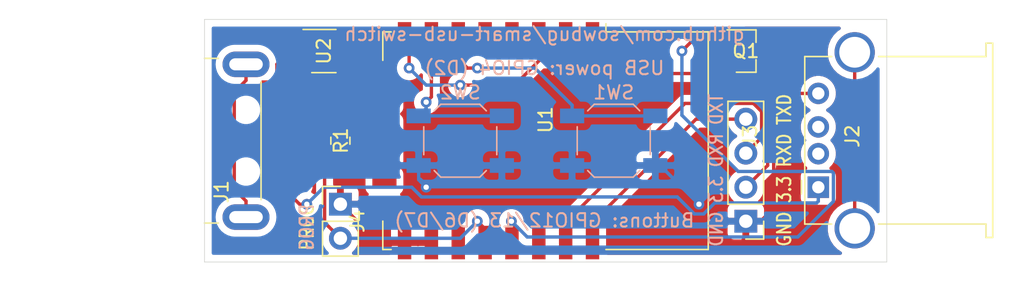
<source format=kicad_pcb>
(kicad_pcb (version 20171130) (host pcbnew 5.1.5-52549c5~84~ubuntu18.04.1)

  (general
    (thickness 1.6)
    (drawings 11)
    (tracks 148)
    (zones 0)
    (modules 10)
    (nets 29)
  )

  (page A4)
  (layers
    (0 F.Cu signal)
    (31 B.Cu signal)
    (32 B.Adhes user hide)
    (33 F.Adhes user hide)
    (34 B.Paste user hide)
    (35 F.Paste user hide)
    (36 B.SilkS user)
    (37 F.SilkS user)
    (38 B.Mask user)
    (39 F.Mask user)
    (40 Dwgs.User user)
    (41 Cmts.User user)
    (42 Eco1.User user)
    (43 Eco2.User user)
    (44 Edge.Cuts user)
    (45 Margin user)
    (46 B.CrtYd user)
    (47 F.CrtYd user)
    (48 B.Fab user)
    (49 F.Fab user)
  )

  (setup
    (last_trace_width 0.25)
    (trace_clearance 0.2)
    (zone_clearance 0.508)
    (zone_45_only no)
    (trace_min 0.2)
    (via_size 0.8)
    (via_drill 0.4)
    (via_min_size 0.4)
    (via_min_drill 0.3)
    (uvia_size 0.3)
    (uvia_drill 0.1)
    (uvias_allowed no)
    (uvia_min_size 0.2)
    (uvia_min_drill 0.1)
    (edge_width 0.05)
    (segment_width 0.2)
    (pcb_text_width 0.3)
    (pcb_text_size 1.5 1.5)
    (mod_edge_width 0.12)
    (mod_text_size 1 1)
    (mod_text_width 0.15)
    (pad_size 1.524 1.524)
    (pad_drill 0.762)
    (pad_to_mask_clearance 0.051)
    (solder_mask_min_width 0.25)
    (aux_axis_origin 0 0)
    (visible_elements FFFFFF7F)
    (pcbplotparams
      (layerselection 0x010fc_ffffffff)
      (usegerberextensions true)
      (usegerberattributes false)
      (usegerberadvancedattributes false)
      (creategerberjobfile false)
      (excludeedgelayer true)
      (linewidth 0.100000)
      (plotframeref false)
      (viasonmask false)
      (mode 1)
      (useauxorigin false)
      (hpglpennumber 1)
      (hpglpenspeed 20)
      (hpglpendiameter 15.000000)
      (psnegative false)
      (psa4output false)
      (plotreference true)
      (plotvalue true)
      (plotinvisibletext false)
      (padsonsilk false)
      (subtractmaskfromsilk false)
      (outputformat 1)
      (mirror false)
      (drillshape 0)
      (scaleselection 1)
      (outputdirectory "../../Desktop/"))
  )

  (net 0 "")
  (net 1 "Net-(U1-Pad20)")
  (net 2 "Net-(U1-Pad14)")
  (net 3 "Net-(U1-Pad13)")
  (net 4 "Net-(U1-Pad12)")
  (net 5 "Net-(U1-Pad11)")
  (net 6 "Net-(U1-Pad10)")
  (net 7 "Net-(U1-Pad9)")
  (net 8 "Net-(U1-Pad4)")
  (net 9 "Net-(U1-Pad2)")
  (net 10 "Net-(J1-Pad3)")
  (net 11 "Net-(J1-Pad2)")
  (net 12 "Net-(U2-Pad4)")
  (net 13 "Net-(J2-Pad4)")
  (net 14 "Net-(J2-Pad3)")
  (net 15 "Net-(J2-Pad2)")
  (net 16 GND)
  (net 17 "Net-(J3-Pad4)")
  (net 18 "Net-(J3-Pad3)")
  (net 19 "Net-(J4-Pad2)")
  (net 20 "Net-(U1-Pad17)")
  (net 21 "Net-(J1-Pad5)")
  (net 22 VBUS)
  (net 23 "Net-(J2-Pad5)")
  (net 24 +3V3)
  (net 25 "Net-(U1-Pad5)")
  (net 26 "Net-(Q1-Pad1)")
  (net 27 "Net-(SW2-Pad1)")
  (net 28 "Net-(SW1-Pad1)")

  (net_class Default "This is the default net class."
    (clearance 0.2)
    (trace_width 0.25)
    (via_dia 0.8)
    (via_drill 0.4)
    (uvia_dia 0.3)
    (uvia_drill 0.1)
    (add_net +3V3)
    (add_net GND)
    (add_net "Net-(J1-Pad2)")
    (add_net "Net-(J1-Pad3)")
    (add_net "Net-(J1-Pad5)")
    (add_net "Net-(J2-Pad2)")
    (add_net "Net-(J2-Pad3)")
    (add_net "Net-(J2-Pad4)")
    (add_net "Net-(J2-Pad5)")
    (add_net "Net-(J3-Pad3)")
    (add_net "Net-(J3-Pad4)")
    (add_net "Net-(J4-Pad2)")
    (add_net "Net-(Q1-Pad1)")
    (add_net "Net-(SW1-Pad1)")
    (add_net "Net-(SW2-Pad1)")
    (add_net "Net-(U1-Pad10)")
    (add_net "Net-(U1-Pad11)")
    (add_net "Net-(U1-Pad12)")
    (add_net "Net-(U1-Pad13)")
    (add_net "Net-(U1-Pad14)")
    (add_net "Net-(U1-Pad17)")
    (add_net "Net-(U1-Pad2)")
    (add_net "Net-(U1-Pad20)")
    (add_net "Net-(U1-Pad4)")
    (add_net "Net-(U1-Pad5)")
    (add_net "Net-(U1-Pad9)")
    (add_net "Net-(U2-Pad4)")
    (add_net VBUS)
  )

  (module Button_Switch_SMD:SW_SPST_SKQG_WithStem (layer B.Cu) (tedit 5ABAB6AF) (tstamp 5E1576F3)
    (at 125.73 93.05 180)
    (descr "ALPS 5.2mm Square Low-profile Type (Surface Mount) SKQG Series, With stem, http://www.alps.com/prod/info/E/HTML/Tact/SurfaceMount/SKQG/SKQGAFE010.html")
    (tags "SPST Button Switch")
    (path /5E158E27)
    (attr smd)
    (fp_text reference SW2 (at 0 3.6) (layer B.SilkS)
      (effects (font (size 1 1) (thickness 0.15)) (justify mirror))
    )
    (fp_text value SW_Push (at 0 -3.6) (layer B.Fab)
      (effects (font (size 1 1) (thickness 0.15)) (justify mirror))
    )
    (fp_text user "No F.Cu tracks" (at -2.5 -0.2) (layer Cmts.User)
      (effects (font (size 0.2 0.2) (thickness 0.03)))
    )
    (fp_text user "KEEP-OUT ZONE" (at -2.5 0.2) (layer Cmts.User)
      (effects (font (size 0.2 0.2) (thickness 0.03)))
    )
    (fp_text user "KEEP-OUT ZONE" (at 2.5 0.2) (layer Cmts.User)
      (effects (font (size 0.2 0.2) (thickness 0.03)))
    )
    (fp_text user "No F.Cu tracks" (at 2.5 -0.2) (layer Cmts.User)
      (effects (font (size 0.2 0.2) (thickness 0.03)))
    )
    (fp_line (start -1 1.3) (end -1 -1.3) (layer Dwgs.User) (width 0.05))
    (fp_line (start -4 0.3) (end -3 1.3) (layer Dwgs.User) (width 0.05))
    (fp_line (start -2.6 -1.3) (end -1 0.3) (layer Dwgs.User) (width 0.05))
    (fp_line (start -1 1.3) (end -3.6 -1.3) (layer Dwgs.User) (width 0.05))
    (fp_line (start -4 1.3) (end -1 1.3) (layer Dwgs.User) (width 0.05))
    (fp_line (start -1 -1.3) (end -4 -1.3) (layer Dwgs.User) (width 0.05))
    (fp_line (start -4 -0.7) (end -2 1.3) (layer Dwgs.User) (width 0.05))
    (fp_line (start -4 -1.3) (end -4 1.3) (layer Dwgs.User) (width 0.05))
    (fp_line (start -1 -0.7) (end -1.6 -1.3) (layer Dwgs.User) (width 0.05))
    (fp_line (start 4 -0.7) (end 3.4 -1.3) (layer Dwgs.User) (width 0.05))
    (fp_line (start 2.4 -1.3) (end 4 0.3) (layer Dwgs.User) (width 0.05))
    (fp_line (start 4 1.3) (end 1.4 -1.3) (layer Dwgs.User) (width 0.05))
    (fp_line (start 1 -0.7) (end 3 1.3) (layer Dwgs.User) (width 0.05))
    (fp_line (start 1 0.3) (end 2 1.3) (layer Dwgs.User) (width 0.05))
    (fp_line (start 1 1.3) (end 4 1.3) (layer Dwgs.User) (width 0.05))
    (fp_line (start 1 -1.3) (end 1 1.3) (layer Dwgs.User) (width 0.05))
    (fp_line (start 4 -1.3) (end 1 -1.3) (layer Dwgs.User) (width 0.05))
    (fp_line (start 4 1.3) (end 4 -1.3) (layer Dwgs.User) (width 0.05))
    (fp_line (start 0.95 1.865) (end 1.865 0.95) (layer B.Fab) (width 0.1))
    (fp_line (start -0.95 1.865) (end -1.865 0.95) (layer B.Fab) (width 0.1))
    (fp_line (start -0.95 -1.865) (end -1.865 -0.95) (layer B.Fab) (width 0.1))
    (fp_line (start 0.95 -1.865) (end 1.865 -0.95) (layer B.Fab) (width 0.1))
    (fp_line (start 1.45 -2.72) (end 1.94 -2.23) (layer B.SilkS) (width 0.12))
    (fp_line (start -1.45 -2.72) (end 1.45 -2.72) (layer B.SilkS) (width 0.12))
    (fp_line (start -1.45 -2.72) (end -1.94 -2.23) (layer B.SilkS) (width 0.12))
    (fp_text user %R (at 0 0) (layer B.Fab)
      (effects (font (size 0.4 0.4) (thickness 0.06)) (justify mirror))
    )
    (fp_line (start -1.45 2.72) (end 1.45 2.72) (layer B.SilkS) (width 0.12))
    (fp_line (start -1.45 2.72) (end -1.94 2.23) (layer B.SilkS) (width 0.12))
    (fp_line (start 2.72 -1.04) (end 2.72 1.04) (layer B.SilkS) (width 0.12))
    (fp_circle (center 0 0) (end 1 0) (layer B.Fab) (width 0.1))
    (fp_line (start 1.45 2.72) (end 1.94 2.23) (layer B.SilkS) (width 0.12))
    (fp_line (start -2.72 -1.04) (end -2.72 1.04) (layer B.SilkS) (width 0.12))
    (fp_line (start 1.865 0.95) (end 1.865 -0.95) (layer B.Fab) (width 0.1))
    (fp_line (start 0.95 -1.865) (end -0.95 -1.865) (layer B.Fab) (width 0.1))
    (fp_line (start -1.865 -0.95) (end -1.865 0.95) (layer B.Fab) (width 0.1))
    (fp_line (start -0.95 1.865) (end 0.95 1.865) (layer B.Fab) (width 0.1))
    (fp_line (start -4.25 -2.85) (end 4.25 -2.85) (layer B.CrtYd) (width 0.05))
    (fp_line (start 4.25 -2.85) (end 4.25 2.85) (layer B.CrtYd) (width 0.05))
    (fp_line (start 4.25 2.85) (end -4.25 2.85) (layer B.CrtYd) (width 0.05))
    (fp_line (start -4.25 2.85) (end -4.25 -2.85) (layer B.CrtYd) (width 0.05))
    (fp_line (start -1.4 2.6) (end 1.4 2.6) (layer B.Fab) (width 0.1))
    (fp_line (start -2.6 1.4) (end -1.4 2.6) (layer B.Fab) (width 0.1))
    (fp_line (start -2.6 -1.4) (end -2.6 1.4) (layer B.Fab) (width 0.1))
    (fp_line (start -1.4 -2.6) (end -2.6 -1.4) (layer B.Fab) (width 0.1))
    (fp_line (start 1.4 -2.6) (end -1.4 -2.6) (layer B.Fab) (width 0.1))
    (fp_line (start 2.6 -1.4) (end 1.4 -2.6) (layer B.Fab) (width 0.1))
    (fp_line (start 2.6 1.4) (end 2.6 -1.4) (layer B.Fab) (width 0.1))
    (fp_line (start 1.4 2.6) (end 2.6 1.4) (layer B.Fab) (width 0.1))
    (pad 2 smd rect (at 3.1 -1.85 180) (size 1.8 1.1) (layers B.Cu B.Paste B.Mask)
      (net 16 GND))
    (pad 2 smd rect (at -3.1 -1.85 180) (size 1.8 1.1) (layers B.Cu B.Paste B.Mask)
      (net 16 GND))
    (pad 1 smd rect (at 3.1 1.85 180) (size 1.8 1.1) (layers B.Cu B.Paste B.Mask)
      (net 27 "Net-(SW2-Pad1)"))
    (pad 1 smd rect (at -3.1 1.85 180) (size 1.8 1.1) (layers B.Cu B.Paste B.Mask)
      (net 27 "Net-(SW2-Pad1)"))
    (model ${KISYS3DMOD}/Button_Switch_SMD.3dshapes/SW_SPST_SKQG_WithStem.wrl
      (at (xyz 0 0 0))
      (scale (xyz 1 1 1))
      (rotate (xyz 0 0 0))
    )
  )

  (module Button_Switch_SMD:SW_SPST_SKQG_WithStem (layer B.Cu) (tedit 5ABAB6AF) (tstamp 5E1576B7)
    (at 137.16 93.05 180)
    (descr "ALPS 5.2mm Square Low-profile Type (Surface Mount) SKQG Series, With stem, http://www.alps.com/prod/info/E/HTML/Tact/SurfaceMount/SKQG/SKQGAFE010.html")
    (tags "SPST Button Switch")
    (path /5E15846A)
    (attr smd)
    (fp_text reference SW1 (at 0 3.6) (layer B.SilkS)
      (effects (font (size 1 1) (thickness 0.15)) (justify mirror))
    )
    (fp_text value SW_Push (at 0 -3.6) (layer B.Fab)
      (effects (font (size 1 1) (thickness 0.15)) (justify mirror))
    )
    (fp_text user "No F.Cu tracks" (at -2.5 -0.2) (layer Cmts.User)
      (effects (font (size 0.2 0.2) (thickness 0.03)))
    )
    (fp_text user "KEEP-OUT ZONE" (at -2.5 0.2) (layer Cmts.User)
      (effects (font (size 0.2 0.2) (thickness 0.03)))
    )
    (fp_text user "KEEP-OUT ZONE" (at 2.5 0.2) (layer Cmts.User)
      (effects (font (size 0.2 0.2) (thickness 0.03)))
    )
    (fp_text user "No F.Cu tracks" (at 2.5 -0.2) (layer Cmts.User)
      (effects (font (size 0.2 0.2) (thickness 0.03)))
    )
    (fp_line (start -1 1.3) (end -1 -1.3) (layer Dwgs.User) (width 0.05))
    (fp_line (start -4 0.3) (end -3 1.3) (layer Dwgs.User) (width 0.05))
    (fp_line (start -2.6 -1.3) (end -1 0.3) (layer Dwgs.User) (width 0.05))
    (fp_line (start -1 1.3) (end -3.6 -1.3) (layer Dwgs.User) (width 0.05))
    (fp_line (start -4 1.3) (end -1 1.3) (layer Dwgs.User) (width 0.05))
    (fp_line (start -1 -1.3) (end -4 -1.3) (layer Dwgs.User) (width 0.05))
    (fp_line (start -4 -0.7) (end -2 1.3) (layer Dwgs.User) (width 0.05))
    (fp_line (start -4 -1.3) (end -4 1.3) (layer Dwgs.User) (width 0.05))
    (fp_line (start -1 -0.7) (end -1.6 -1.3) (layer Dwgs.User) (width 0.05))
    (fp_line (start 4 -0.7) (end 3.4 -1.3) (layer Dwgs.User) (width 0.05))
    (fp_line (start 2.4 -1.3) (end 4 0.3) (layer Dwgs.User) (width 0.05))
    (fp_line (start 4 1.3) (end 1.4 -1.3) (layer Dwgs.User) (width 0.05))
    (fp_line (start 1 -0.7) (end 3 1.3) (layer Dwgs.User) (width 0.05))
    (fp_line (start 1 0.3) (end 2 1.3) (layer Dwgs.User) (width 0.05))
    (fp_line (start 1 1.3) (end 4 1.3) (layer Dwgs.User) (width 0.05))
    (fp_line (start 1 -1.3) (end 1 1.3) (layer Dwgs.User) (width 0.05))
    (fp_line (start 4 -1.3) (end 1 -1.3) (layer Dwgs.User) (width 0.05))
    (fp_line (start 4 1.3) (end 4 -1.3) (layer Dwgs.User) (width 0.05))
    (fp_line (start 0.95 1.865) (end 1.865 0.95) (layer B.Fab) (width 0.1))
    (fp_line (start -0.95 1.865) (end -1.865 0.95) (layer B.Fab) (width 0.1))
    (fp_line (start -0.95 -1.865) (end -1.865 -0.95) (layer B.Fab) (width 0.1))
    (fp_line (start 0.95 -1.865) (end 1.865 -0.95) (layer B.Fab) (width 0.1))
    (fp_line (start 1.45 -2.72) (end 1.94 -2.23) (layer B.SilkS) (width 0.12))
    (fp_line (start -1.45 -2.72) (end 1.45 -2.72) (layer B.SilkS) (width 0.12))
    (fp_line (start -1.45 -2.72) (end -1.94 -2.23) (layer B.SilkS) (width 0.12))
    (fp_text user %R (at 0 0) (layer B.Fab)
      (effects (font (size 0.4 0.4) (thickness 0.06)) (justify mirror))
    )
    (fp_line (start -1.45 2.72) (end 1.45 2.72) (layer B.SilkS) (width 0.12))
    (fp_line (start -1.45 2.72) (end -1.94 2.23) (layer B.SilkS) (width 0.12))
    (fp_line (start 2.72 -1.04) (end 2.72 1.04) (layer B.SilkS) (width 0.12))
    (fp_circle (center 0 0) (end 1 0) (layer B.Fab) (width 0.1))
    (fp_line (start 1.45 2.72) (end 1.94 2.23) (layer B.SilkS) (width 0.12))
    (fp_line (start -2.72 -1.04) (end -2.72 1.04) (layer B.SilkS) (width 0.12))
    (fp_line (start 1.865 0.95) (end 1.865 -0.95) (layer B.Fab) (width 0.1))
    (fp_line (start 0.95 -1.865) (end -0.95 -1.865) (layer B.Fab) (width 0.1))
    (fp_line (start -1.865 -0.95) (end -1.865 0.95) (layer B.Fab) (width 0.1))
    (fp_line (start -0.95 1.865) (end 0.95 1.865) (layer B.Fab) (width 0.1))
    (fp_line (start -4.25 -2.85) (end 4.25 -2.85) (layer B.CrtYd) (width 0.05))
    (fp_line (start 4.25 -2.85) (end 4.25 2.85) (layer B.CrtYd) (width 0.05))
    (fp_line (start 4.25 2.85) (end -4.25 2.85) (layer B.CrtYd) (width 0.05))
    (fp_line (start -4.25 2.85) (end -4.25 -2.85) (layer B.CrtYd) (width 0.05))
    (fp_line (start -1.4 2.6) (end 1.4 2.6) (layer B.Fab) (width 0.1))
    (fp_line (start -2.6 1.4) (end -1.4 2.6) (layer B.Fab) (width 0.1))
    (fp_line (start -2.6 -1.4) (end -2.6 1.4) (layer B.Fab) (width 0.1))
    (fp_line (start -1.4 -2.6) (end -2.6 -1.4) (layer B.Fab) (width 0.1))
    (fp_line (start 1.4 -2.6) (end -1.4 -2.6) (layer B.Fab) (width 0.1))
    (fp_line (start 2.6 -1.4) (end 1.4 -2.6) (layer B.Fab) (width 0.1))
    (fp_line (start 2.6 1.4) (end 2.6 -1.4) (layer B.Fab) (width 0.1))
    (fp_line (start 1.4 2.6) (end 2.6 1.4) (layer B.Fab) (width 0.1))
    (pad 2 smd rect (at 3.1 -1.85 180) (size 1.8 1.1) (layers B.Cu B.Paste B.Mask)
      (net 16 GND))
    (pad 2 smd rect (at -3.1 -1.85 180) (size 1.8 1.1) (layers B.Cu B.Paste B.Mask)
      (net 16 GND))
    (pad 1 smd rect (at 3.1 1.85 180) (size 1.8 1.1) (layers B.Cu B.Paste B.Mask)
      (net 28 "Net-(SW1-Pad1)"))
    (pad 1 smd rect (at -3.1 1.85 180) (size 1.8 1.1) (layers B.Cu B.Paste B.Mask)
      (net 28 "Net-(SW1-Pad1)"))
    (model ${KISYS3DMOD}/Button_Switch_SMD.3dshapes/SW_SPST_SKQG_WithStem.wrl
      (at (xyz 0 0 0))
      (scale (xyz 1 1 1))
      (rotate (xyz 0 0 0))
    )
  )

  (module Package_TO_SOT_SMD:SOT-23 (layer F.Cu) (tedit 5A02FF57) (tstamp 5DEF356B)
    (at 147 86.36)
    (descr "SOT-23, Standard")
    (tags SOT-23)
    (path /5DE386B7)
    (attr smd)
    (fp_text reference Q1 (at 0 0) (layer F.SilkS)
      (effects (font (size 1 1) (thickness 0.15)))
    )
    (fp_text value DMN6140L-13 (at 0 2.5) (layer F.Fab)
      (effects (font (size 1 1) (thickness 0.15)))
    )
    (fp_line (start 0.76 1.58) (end -0.7 1.58) (layer F.SilkS) (width 0.12))
    (fp_line (start 0.76 -1.58) (end -1.4 -1.58) (layer F.SilkS) (width 0.12))
    (fp_line (start -1.7 1.75) (end -1.7 -1.75) (layer F.CrtYd) (width 0.05))
    (fp_line (start 1.7 1.75) (end -1.7 1.75) (layer F.CrtYd) (width 0.05))
    (fp_line (start 1.7 -1.75) (end 1.7 1.75) (layer F.CrtYd) (width 0.05))
    (fp_line (start -1.7 -1.75) (end 1.7 -1.75) (layer F.CrtYd) (width 0.05))
    (fp_line (start 0.76 -1.58) (end 0.76 -0.65) (layer F.SilkS) (width 0.12))
    (fp_line (start 0.76 1.58) (end 0.76 0.65) (layer F.SilkS) (width 0.12))
    (fp_line (start -0.7 1.52) (end 0.7 1.52) (layer F.Fab) (width 0.1))
    (fp_line (start 0.7 -1.52) (end 0.7 1.52) (layer F.Fab) (width 0.1))
    (fp_line (start -0.7 -0.95) (end -0.15 -1.52) (layer F.Fab) (width 0.1))
    (fp_line (start -0.15 -1.52) (end 0.7 -1.52) (layer F.Fab) (width 0.1))
    (fp_line (start -0.7 -0.95) (end -0.7 1.5) (layer F.Fab) (width 0.1))
    (fp_text user %R (at 0 0 90) (layer F.Fab)
      (effects (font (size 0.5 0.5) (thickness 0.075)))
    )
    (pad 3 smd rect (at 1 0) (size 0.9 0.8) (layers F.Cu F.Paste F.Mask)
      (net 13 "Net-(J2-Pad4)"))
    (pad 2 smd rect (at -1 0.95) (size 0.9 0.8) (layers F.Cu F.Paste F.Mask)
      (net 16 GND))
    (pad 1 smd rect (at -1 -0.95) (size 0.9 0.8) (layers F.Cu F.Paste F.Mask)
      (net 26 "Net-(Q1-Pad1)"))
    (model ${KISYS3DMOD}/Package_TO_SOT_SMD.3dshapes/SOT-23.wrl
      (at (xyz 0 0 0))
      (scale (xyz 1 1 1))
      (rotate (xyz 0 0 0))
    )
  )

  (module Resistor_SMD:R_0805_2012Metric (layer F.Cu) (tedit 5B36C52B) (tstamp 5DE37CFA)
    (at 116.8 93.05 270)
    (descr "Resistor SMD 0805 (2012 Metric), square (rectangular) end terminal, IPC_7351 nominal, (Body size source: https://docs.google.com/spreadsheets/d/1BsfQQcO9C6DZCsRaXUlFlo91Tg2WpOkGARC1WS5S8t0/edit?usp=sharing), generated with kicad-footprint-generator")
    (tags resistor)
    (path /5DE8C55A)
    (attr smd)
    (fp_text reference R1 (at 0 -0.04 90) (layer F.SilkS)
      (effects (font (size 1 1) (thickness 0.15)))
    )
    (fp_text value R10K (at 0 1.65 90) (layer F.Fab)
      (effects (font (size 1 1) (thickness 0.15)))
    )
    (fp_text user %R (at 0 0 270) (layer F.Fab)
      (effects (font (size 0.5 0.5) (thickness 0.08)))
    )
    (fp_line (start 1.68 0.95) (end -1.68 0.95) (layer F.CrtYd) (width 0.05))
    (fp_line (start 1.68 -0.95) (end 1.68 0.95) (layer F.CrtYd) (width 0.05))
    (fp_line (start -1.68 -0.95) (end 1.68 -0.95) (layer F.CrtYd) (width 0.05))
    (fp_line (start -1.68 0.95) (end -1.68 -0.95) (layer F.CrtYd) (width 0.05))
    (fp_line (start -0.258578 0.71) (end 0.258578 0.71) (layer F.SilkS) (width 0.12))
    (fp_line (start -0.258578 -0.71) (end 0.258578 -0.71) (layer F.SilkS) (width 0.12))
    (fp_line (start 1 0.6) (end -1 0.6) (layer F.Fab) (width 0.1))
    (fp_line (start 1 -0.6) (end 1 0.6) (layer F.Fab) (width 0.1))
    (fp_line (start -1 -0.6) (end 1 -0.6) (layer F.Fab) (width 0.1))
    (fp_line (start -1 0.6) (end -1 -0.6) (layer F.Fab) (width 0.1))
    (pad 2 smd roundrect (at 0.9375 0 270) (size 0.975 1.4) (layers F.Cu F.Paste F.Mask) (roundrect_rratio 0.25)
      (net 19 "Net-(J4-Pad2)"))
    (pad 1 smd roundrect (at -0.9375 0 270) (size 0.975 1.4) (layers F.Cu F.Paste F.Mask) (roundrect_rratio 0.25)
      (net 24 +3V3))
    (model ${KISYS3DMOD}/Resistor_SMD.3dshapes/R_0805_2012Metric.wrl
      (at (xyz 0 0 0))
      (scale (xyz 1 1 1))
      (rotate (xyz 0 0 0))
    )
  )

  (module Connector_PinHeader_2.54mm:PinHeader_1x02_P2.54mm_Vertical (layer F.Cu) (tedit 59FED5CC) (tstamp 5DE36902)
    (at 116.8 97.79)
    (descr "Through hole straight pin header, 1x02, 2.54mm pitch, single row")
    (tags "Through hole pin header THT 1x02 2.54mm single row")
    (path /5DE5CC19)
    (fp_text reference J4 (at 1.27 1.27 90) (layer F.SilkS)
      (effects (font (size 1 1) (thickness 0.15)))
    )
    (fp_text value Conn_01x02 (at 0 4.87) (layer F.Fab)
      (effects (font (size 1 1) (thickness 0.15)))
    )
    (fp_text user %R (at 0 1.27 90) (layer F.Fab)
      (effects (font (size 1 1) (thickness 0.15)))
    )
    (fp_line (start 1.8 -1.8) (end -1.8 -1.8) (layer F.CrtYd) (width 0.05))
    (fp_line (start 1.8 4.35) (end 1.8 -1.8) (layer F.CrtYd) (width 0.05))
    (fp_line (start -1.8 4.35) (end 1.8 4.35) (layer F.CrtYd) (width 0.05))
    (fp_line (start -1.8 -1.8) (end -1.8 4.35) (layer F.CrtYd) (width 0.05))
    (fp_line (start -1.33 -1.33) (end 0 -1.33) (layer F.SilkS) (width 0.12))
    (fp_line (start -1.33 0) (end -1.33 -1.33) (layer F.SilkS) (width 0.12))
    (fp_line (start -1.33 1.27) (end 1.33 1.27) (layer F.SilkS) (width 0.12))
    (fp_line (start 1.33 1.27) (end 1.33 3.87) (layer F.SilkS) (width 0.12))
    (fp_line (start -1.33 1.27) (end -1.33 3.87) (layer F.SilkS) (width 0.12))
    (fp_line (start -1.33 3.87) (end 1.33 3.87) (layer F.SilkS) (width 0.12))
    (fp_line (start -1.27 -0.635) (end -0.635 -1.27) (layer F.Fab) (width 0.1))
    (fp_line (start -1.27 3.81) (end -1.27 -0.635) (layer F.Fab) (width 0.1))
    (fp_line (start 1.27 3.81) (end -1.27 3.81) (layer F.Fab) (width 0.1))
    (fp_line (start 1.27 -1.27) (end 1.27 3.81) (layer F.Fab) (width 0.1))
    (fp_line (start -0.635 -1.27) (end 1.27 -1.27) (layer F.Fab) (width 0.1))
    (pad 2 thru_hole oval (at 0 2.54) (size 1.7 1.7) (drill 1) (layers *.Cu *.Mask)
      (net 19 "Net-(J4-Pad2)"))
    (pad 1 thru_hole rect (at 0 0) (size 1.7 1.7) (drill 1) (layers *.Cu *.Mask)
      (net 16 GND))
    (model ${KISYS3DMOD}/Connector_PinHeader_2.54mm.3dshapes/PinHeader_1x02_P2.54mm_Vertical.wrl
      (at (xyz 0 0 0))
      (scale (xyz 1 1 1))
      (rotate (xyz 0 0 0))
    )
  )

  (module Connector_PinHeader_2.54mm:PinHeader_1x04_P2.54mm_Vertical (layer F.Cu) (tedit 59FED5CC) (tstamp 5DE34EDC)
    (at 147 99.06 180)
    (descr "Through hole straight pin header, 1x04, 2.54mm pitch, single row")
    (tags "Through hole pin header THT 1x04 2.54mm single row")
    (path /5DE4423D)
    (fp_text reference J3 (at -0.32 6.35 90) (layer F.SilkS)
      (effects (font (size 1 1) (thickness 0.15)))
    )
    (fp_text value Conn_01x04 (at 0 9.95) (layer F.Fab)
      (effects (font (size 1 1) (thickness 0.15)))
    )
    (fp_text user %R (at 0 3.81 270) (layer F.Fab)
      (effects (font (size 1 1) (thickness 0.15)))
    )
    (fp_line (start 1.8 -1.8) (end -1.8 -1.8) (layer F.CrtYd) (width 0.05))
    (fp_line (start 1.8 9.4) (end 1.8 -1.8) (layer F.CrtYd) (width 0.05))
    (fp_line (start -1.8 9.4) (end 1.8 9.4) (layer F.CrtYd) (width 0.05))
    (fp_line (start -1.8 -1.8) (end -1.8 9.4) (layer F.CrtYd) (width 0.05))
    (fp_line (start -1.33 -1.33) (end 0 -1.33) (layer F.SilkS) (width 0.12))
    (fp_line (start -1.33 0) (end -1.33 -1.33) (layer F.SilkS) (width 0.12))
    (fp_line (start -1.33 1.27) (end 1.33 1.27) (layer F.SilkS) (width 0.12))
    (fp_line (start 1.33 1.27) (end 1.33 8.95) (layer F.SilkS) (width 0.12))
    (fp_line (start -1.33 1.27) (end -1.33 8.95) (layer F.SilkS) (width 0.12))
    (fp_line (start -1.33 8.95) (end 1.33 8.95) (layer F.SilkS) (width 0.12))
    (fp_line (start -1.27 -0.635) (end -0.635 -1.27) (layer F.Fab) (width 0.1))
    (fp_line (start -1.27 8.89) (end -1.27 -0.635) (layer F.Fab) (width 0.1))
    (fp_line (start 1.27 8.89) (end -1.27 8.89) (layer F.Fab) (width 0.1))
    (fp_line (start 1.27 -1.27) (end 1.27 8.89) (layer F.Fab) (width 0.1))
    (fp_line (start -0.635 -1.27) (end 1.27 -1.27) (layer F.Fab) (width 0.1))
    (pad 4 thru_hole oval (at 0 7.62 180) (size 1.7 1.7) (drill 1) (layers *.Cu *.Mask)
      (net 17 "Net-(J3-Pad4)"))
    (pad 3 thru_hole oval (at 0 5.08 180) (size 1.7 1.7) (drill 1) (layers *.Cu *.Mask)
      (net 18 "Net-(J3-Pad3)"))
    (pad 2 thru_hole oval (at 0 2.54 180) (size 1.7 1.7) (drill 1) (layers *.Cu *.Mask)
      (net 24 +3V3))
    (pad 1 thru_hole rect (at 0 0 180) (size 1.7 1.7) (drill 1) (layers *.Cu *.Mask)
      (net 16 GND))
    (model ${KISYS3DMOD}/Connector_PinHeader_2.54mm.3dshapes/PinHeader_1x04_P2.54mm_Vertical.wrl
      (at (xyz 0 0 0))
      (scale (xyz 1 1 1))
      (rotate (xyz 0 0 0))
    )
  )

  (module Package_TO_SOT_SMD:SOT-23-5 (layer F.Cu) (tedit 5A02FF57) (tstamp 5DE2E186)
    (at 115.57 86.36)
    (descr "5-pin SOT23 package")
    (tags SOT-23-5)
    (path /5DE30043)
    (attr smd)
    (fp_text reference U2 (at 0 0 90) (layer F.SilkS)
      (effects (font (size 1 1) (thickness 0.15)))
    )
    (fp_text value TLV75533PDBV (at 0 2.9) (layer F.Fab)
      (effects (font (size 1 1) (thickness 0.15)))
    )
    (fp_line (start 0.9 -1.55) (end 0.9 1.55) (layer F.Fab) (width 0.1))
    (fp_line (start 0.9 1.55) (end -0.9 1.55) (layer F.Fab) (width 0.1))
    (fp_line (start -0.9 -0.9) (end -0.9 1.55) (layer F.Fab) (width 0.1))
    (fp_line (start 0.9 -1.55) (end -0.25 -1.55) (layer F.Fab) (width 0.1))
    (fp_line (start -0.9 -0.9) (end -0.25 -1.55) (layer F.Fab) (width 0.1))
    (fp_line (start -1.9 1.8) (end -1.9 -1.8) (layer F.CrtYd) (width 0.05))
    (fp_line (start 1.9 1.8) (end -1.9 1.8) (layer F.CrtYd) (width 0.05))
    (fp_line (start 1.9 -1.8) (end 1.9 1.8) (layer F.CrtYd) (width 0.05))
    (fp_line (start -1.9 -1.8) (end 1.9 -1.8) (layer F.CrtYd) (width 0.05))
    (fp_line (start 0.9 -1.61) (end -1.55 -1.61) (layer F.SilkS) (width 0.12))
    (fp_line (start -0.9 1.61) (end 0.9 1.61) (layer F.SilkS) (width 0.12))
    (fp_text user %R (at 0 0 90) (layer F.Fab)
      (effects (font (size 0.5 0.5) (thickness 0.075)))
    )
    (pad 5 smd rect (at 1.1 -0.95) (size 1.06 0.65) (layers F.Cu F.Paste F.Mask)
      (net 24 +3V3))
    (pad 4 smd rect (at 1.1 0.95) (size 1.06 0.65) (layers F.Cu F.Paste F.Mask)
      (net 12 "Net-(U2-Pad4)"))
    (pad 3 smd rect (at -1.1 0.95) (size 1.06 0.65) (layers F.Cu F.Paste F.Mask)
      (net 22 VBUS))
    (pad 2 smd rect (at -1.1 0) (size 1.06 0.65) (layers F.Cu F.Paste F.Mask)
      (net 16 GND))
    (pad 1 smd rect (at -1.1 -0.95) (size 1.06 0.65) (layers F.Cu F.Paste F.Mask)
      (net 22 VBUS))
    (model ${KISYS3DMOD}/Package_TO_SOT_SMD.3dshapes/SOT-23-5.wrl
      (at (xyz 0 0 0))
      (scale (xyz 1 1 1))
      (rotate (xyz 0 0 0))
    )
  )

  (module Connector_USB:USB_A_CNCTech_1001-011-01101_Horizontal (layer F.Cu) (tedit 5AFEF547) (tstamp 5DE2D7EB)
    (at 102.87 93.05 180)
    (descr http://cnctech.us/pdfs/1001-011-01101.pdf)
    (tags USB-A)
    (path /5DE2D593)
    (attr smd)
    (fp_text reference J1 (at -5.08 -3.81 270) (layer F.SilkS)
      (effects (font (size 1 1) (thickness 0.15)))
    )
    (fp_text value USB_A (at 0 8 180) (layer F.Fab)
      (effects (font (size 1 1) (thickness 0.15)))
    )
    (fp_line (start -11.4 4.55) (end -9.15 4.55) (layer F.CrtYd) (width 0.05))
    (fp_line (start -9.15 4.55) (end -9.15 7.15) (layer F.CrtYd) (width 0.05))
    (fp_line (start -9.15 7.15) (end -4.65 7.15) (layer F.CrtYd) (width 0.05))
    (fp_line (start -4.65 7.15) (end -4.65 6.52) (layer F.CrtYd) (width 0.05))
    (fp_line (start -4.65 6.52) (end 11.4 6.52) (layer F.CrtYd) (width 0.05))
    (fp_text user %R (at -6 0 270) (layer F.Fab)
      (effects (font (size 1 1) (thickness 0.15)))
    )
    (fp_line (start 11.4 6.52) (end 11.4 -6.52) (layer F.CrtYd) (width 0.05))
    (fp_line (start -4.65 -6.52) (end 11.4 -6.52) (layer F.CrtYd) (width 0.05))
    (fp_line (start -4.65 -6.52) (end -4.65 -7.15) (layer F.CrtYd) (width 0.05))
    (fp_line (start -9.15 -7.15) (end -4.65 -7.15) (layer F.CrtYd) (width 0.05))
    (fp_line (start -9.15 -7.15) (end -9.15 -4.55) (layer F.CrtYd) (width 0.05))
    (fp_line (start -11.4 -4.55) (end -9.15 -4.55) (layer F.CrtYd) (width 0.05))
    (fp_line (start -11.4 4.55) (end -11.4 -4.55) (layer F.CrtYd) (width 0.05))
    (fp_line (start -4.85 6.145) (end -3.8 6.145) (layer F.SilkS) (width 0.12))
    (fp_line (start -4.85 -6.145) (end -3.8 -6.145) (layer F.SilkS) (width 0.12))
    (fp_text user "PCB Edge" (at -4.55 -0.05 270) (layer Dwgs.User)
      (effects (font (size 0.6 0.6) (thickness 0.09)))
    )
    (fp_line (start -3.8 6.025) (end -3.8 -6.025) (layer Dwgs.User) (width 0.1))
    (fp_line (start -8.02 -4.4) (end -8.02 4.4) (layer F.SilkS) (width 0.12))
    (fp_circle (center -6.9 2.3) (end -6.9 2.8) (layer F.Fab) (width 0.1))
    (fp_circle (center -6.9 -2.3) (end -6.9 -2.8) (layer F.Fab) (width 0.1))
    (fp_line (start -10.4 -3.25) (end -7.9 -3.25) (layer F.Fab) (width 0.1))
    (fp_line (start -10.4 -3.25) (end -10.4 -3.75) (layer F.Fab) (width 0.1))
    (fp_line (start -10.4 -3.75) (end -7.9 -3.75) (layer F.Fab) (width 0.1))
    (fp_line (start -10.4 -1.25) (end -7.9 -1.25) (layer F.Fab) (width 0.1))
    (fp_line (start -10.4 -0.75) (end -7.9 -0.75) (layer F.Fab) (width 0.1))
    (fp_line (start -10.4 -0.75) (end -10.4 -1.25) (layer F.Fab) (width 0.1))
    (fp_line (start -10.4 1.25) (end -7.9 1.25) (layer F.Fab) (width 0.1))
    (fp_line (start -10.4 1.25) (end -10.4 0.75) (layer F.Fab) (width 0.1))
    (fp_line (start -10.4 0.75) (end -7.9 0.75) (layer F.Fab) (width 0.1))
    (fp_line (start -10.4 3.75) (end -7.9 3.75) (layer F.Fab) (width 0.1))
    (fp_line (start -10.4 3.25) (end -7.9 3.25) (layer F.Fab) (width 0.1))
    (fp_line (start -10.4 3.75) (end -10.4 3.25) (layer F.Fab) (width 0.1))
    (fp_line (start 10.9 6.025) (end 10.9 -6.025) (layer F.Fab) (width 0.1))
    (fp_line (start -7.9 6.025) (end 10.9 6.025) (layer F.Fab) (width 0.1))
    (fp_line (start -7.9 -6.025) (end 10.9 -6.025) (layer F.Fab) (width 0.1))
    (fp_line (start -7.9 6.025) (end -7.9 -6.025) (layer F.Fab) (width 0.1))
    (pad "" np_thru_hole circle (at -6.9 2.3 180) (size 1.1 1.1) (drill 1.1) (layers *.Cu *.Mask))
    (pad "" np_thru_hole circle (at -6.9 -2.3 180) (size 1.1 1.1) (drill 1.1) (layers *.Cu *.Mask))
    (pad 5 thru_hole oval (at -6.9 5.7 180) (size 3.5 1.9) (drill oval 2.5 0.9) (layers *.Cu *.Mask)
      (net 21 "Net-(J1-Pad5)"))
    (pad 5 thru_hole oval (at -6.9 -5.7 180) (size 3.5 1.9) (drill oval 2.5 0.9) (layers *.Cu *.Mask)
      (net 21 "Net-(J1-Pad5)"))
    (pad 4 smd rect (at -9.65 3.5 180) (size 2.5 1.1) (layers F.Cu F.Paste F.Mask)
      (net 16 GND))
    (pad 1 smd rect (at -9.65 -3.5 180) (size 2.5 1.1) (layers F.Cu F.Paste F.Mask)
      (net 22 VBUS))
    (pad 3 smd rect (at -9.65 1 180) (size 2.5 1.1) (layers F.Cu F.Paste F.Mask)
      (net 10 "Net-(J1-Pad3)"))
    (pad 2 smd rect (at -9.65 -1 180) (size 2.5 1.1) (layers F.Cu F.Paste F.Mask)
      (net 11 "Net-(J1-Pad2)"))
    (model ${KISYS3DMOD}/Connector_USB.3dshapes/USB_A_CNCTech_1001-011-01101_Horizontal.wrl
      (at (xyz 0 0 0))
      (scale (xyz 1 1 1))
      (rotate (xyz 0 0 0))
    )
  )

  (module RF_Module:ESP-12E (layer F.Cu) (tedit 5A030172) (tstamp 5DE2CF77)
    (at 132.08 93.05 270)
    (descr "Wi-Fi Module, http://wiki.ai-thinker.com/_media/esp8266/docs/aithinker_esp_12f_datasheet_en.pdf")
    (tags "Wi-Fi Module")
    (path /5DE2CF3E)
    (attr smd)
    (fp_text reference U1 (at -1.56 0 90) (layer F.SilkS)
      (effects (font (size 1 1) (thickness 0.15)))
    )
    (fp_text value ESP-12F (at -0.06 -12.78 90) (layer F.Fab)
      (effects (font (size 1 1) (thickness 0.15)))
    )
    (fp_line (start 5.56 -4.8) (end 8.12 -7.36) (layer Dwgs.User) (width 0.12))
    (fp_line (start 2.56 -4.8) (end 8.12 -10.36) (layer Dwgs.User) (width 0.12))
    (fp_line (start -0.44 -4.8) (end 6.88 -12.12) (layer Dwgs.User) (width 0.12))
    (fp_line (start -3.44 -4.8) (end 3.88 -12.12) (layer Dwgs.User) (width 0.12))
    (fp_line (start -6.44 -4.8) (end 0.88 -12.12) (layer Dwgs.User) (width 0.12))
    (fp_line (start -8.12 -6.12) (end -2.12 -12.12) (layer Dwgs.User) (width 0.12))
    (fp_line (start -8.12 -9.12) (end -5.12 -12.12) (layer Dwgs.User) (width 0.12))
    (fp_line (start -8.12 -4.8) (end -8.12 -12.12) (layer Dwgs.User) (width 0.12))
    (fp_line (start 8.12 -4.8) (end -8.12 -4.8) (layer Dwgs.User) (width 0.12))
    (fp_line (start 8.12 -12.12) (end 8.12 -4.8) (layer Dwgs.User) (width 0.12))
    (fp_line (start -8.12 -12.12) (end 8.12 -12.12) (layer Dwgs.User) (width 0.12))
    (fp_line (start -8.12 -4.5) (end -8.73 -4.5) (layer F.SilkS) (width 0.12))
    (fp_line (start -8.12 -4.5) (end -8.12 -12.12) (layer F.SilkS) (width 0.12))
    (fp_line (start -8.12 12.12) (end -8.12 11.5) (layer F.SilkS) (width 0.12))
    (fp_line (start -6 12.12) (end -8.12 12.12) (layer F.SilkS) (width 0.12))
    (fp_line (start 8.12 12.12) (end 6 12.12) (layer F.SilkS) (width 0.12))
    (fp_line (start 8.12 11.5) (end 8.12 12.12) (layer F.SilkS) (width 0.12))
    (fp_line (start 8.12 -12.12) (end 8.12 -4.5) (layer F.SilkS) (width 0.12))
    (fp_line (start -8.12 -12.12) (end 8.12 -12.12) (layer F.SilkS) (width 0.12))
    (fp_line (start -9.05 13.1) (end -9.05 -12.2) (layer F.CrtYd) (width 0.05))
    (fp_line (start 9.05 13.1) (end -9.05 13.1) (layer F.CrtYd) (width 0.05))
    (fp_line (start 9.05 -12.2) (end 9.05 13.1) (layer F.CrtYd) (width 0.05))
    (fp_line (start -9.05 -12.2) (end 9.05 -12.2) (layer F.CrtYd) (width 0.05))
    (fp_line (start -8 -4) (end -8 -12) (layer F.Fab) (width 0.12))
    (fp_line (start -7.5 -3.5) (end -8 -4) (layer F.Fab) (width 0.12))
    (fp_line (start -8 -3) (end -7.5 -3.5) (layer F.Fab) (width 0.12))
    (fp_line (start -8 12) (end -8 -3) (layer F.Fab) (width 0.12))
    (fp_line (start 8 12) (end -8 12) (layer F.Fab) (width 0.12))
    (fp_line (start 8 -12) (end 8 12) (layer F.Fab) (width 0.12))
    (fp_line (start -8 -12) (end 8 -12) (layer F.Fab) (width 0.12))
    (fp_text user %R (at 0.49 0 270) (layer F.Fab)
      (effects (font (size 1 1) (thickness 0.15)))
    )
    (fp_text user "KEEP-OUT ZONE" (at 0.03 -9.55 90) (layer Cmts.User)
      (effects (font (size 1 1) (thickness 0.15)))
    )
    (fp_text user Antenna (at -0.06 -7 90) (layer Cmts.User)
      (effects (font (size 1 1) (thickness 0.15)))
    )
    (pad 22 smd rect (at 7.6 -3.5 270) (size 2.5 1) (layers F.Cu F.Paste F.Mask)
      (net 17 "Net-(J3-Pad4)"))
    (pad 21 smd rect (at 7.6 -1.5 270) (size 2.5 1) (layers F.Cu F.Paste F.Mask)
      (net 18 "Net-(J3-Pad3)"))
    (pad 20 smd rect (at 7.6 0.5 270) (size 2.5 1) (layers F.Cu F.Paste F.Mask)
      (net 1 "Net-(U1-Pad20)"))
    (pad 19 smd rect (at 7.6 2.5 270) (size 2.5 1) (layers F.Cu F.Paste F.Mask)
      (net 26 "Net-(Q1-Pad1)"))
    (pad 18 smd rect (at 7.6 4.5 270) (size 2.5 1) (layers F.Cu F.Paste F.Mask)
      (net 19 "Net-(J4-Pad2)"))
    (pad 17 smd rect (at 7.6 6.5 270) (size 2.5 1) (layers F.Cu F.Paste F.Mask)
      (net 20 "Net-(U1-Pad17)"))
    (pad 16 smd rect (at 7.6 8.5 270) (size 2.5 1) (layers F.Cu F.Paste F.Mask)
      (net 16 GND))
    (pad 15 smd rect (at 7.6 10.5 270) (size 2.5 1) (layers F.Cu F.Paste F.Mask)
      (net 16 GND))
    (pad 14 smd rect (at 5 12 270) (size 1 1.8) (layers F.Cu F.Paste F.Mask)
      (net 2 "Net-(U1-Pad14)"))
    (pad 13 smd rect (at 3 12 270) (size 1 1.8) (layers F.Cu F.Paste F.Mask)
      (net 3 "Net-(U1-Pad13)"))
    (pad 12 smd rect (at 1 12 270) (size 1 1.8) (layers F.Cu F.Paste F.Mask)
      (net 4 "Net-(U1-Pad12)"))
    (pad 11 smd rect (at -1 12 270) (size 1 1.8) (layers F.Cu F.Paste F.Mask)
      (net 5 "Net-(U1-Pad11)"))
    (pad 10 smd rect (at -3 12 270) (size 1 1.8) (layers F.Cu F.Paste F.Mask)
      (net 6 "Net-(U1-Pad10)"))
    (pad 9 smd rect (at -5 12 270) (size 1 1.8) (layers F.Cu F.Paste F.Mask)
      (net 7 "Net-(U1-Pad9)"))
    (pad 8 smd rect (at -7.6 10.5 270) (size 2.5 1) (layers F.Cu F.Paste F.Mask)
      (net 24 +3V3))
    (pad 7 smd rect (at -7.6 8.5 270) (size 2.5 1) (layers F.Cu F.Paste F.Mask)
      (net 27 "Net-(SW2-Pad1)"))
    (pad 6 smd rect (at -7.6 6.5 270) (size 2.5 1) (layers F.Cu F.Paste F.Mask)
      (net 28 "Net-(SW1-Pad1)"))
    (pad 5 smd rect (at -7.6 4.5 270) (size 2.5 1) (layers F.Cu F.Paste F.Mask)
      (net 25 "Net-(U1-Pad5)"))
    (pad 4 smd rect (at -7.6 2.5 270) (size 2.5 1) (layers F.Cu F.Paste F.Mask)
      (net 8 "Net-(U1-Pad4)"))
    (pad 3 smd rect (at -7.6 0.5 270) (size 2.5 1) (layers F.Cu F.Paste F.Mask)
      (net 24 +3V3))
    (pad 2 smd rect (at -7.6 -1.5 270) (size 2.5 1) (layers F.Cu F.Paste F.Mask)
      (net 9 "Net-(U1-Pad2)"))
    (pad 1 smd rect (at -7.6 -3.5 270) (size 2.5 1) (layers F.Cu F.Paste F.Mask)
      (net 24 +3V3))
    (model ${KISYS3DMOD}/RF_Module.3dshapes/ESP-12E.wrl
      (at (xyz 0 0 0))
      (scale (xyz 1 1 1))
      (rotate (xyz 0 0 0))
    )
  )

  (module Connector_USB:USB_A_Stewart_SS-52100-001_Horizontal (layer F.Cu) (tedit 5CB49A87) (tstamp 5DE2E87C)
    (at 152.4 96.52 90)
    (descr "USB A connector https://belfuse.com/resources/drawings/stewartconnector/dr-stw-ss-52100-001.pdf")
    (tags "USB_A Female Connector receptacle")
    (path /5DE34A4B)
    (fp_text reference J2 (at 3.81 2.54 90) (layer F.SilkS)
      (effects (font (size 1 1) (thickness 0.15)))
    )
    (fp_text value USB_A (at 3.5 14.49 90) (layer F.Fab)
      (effects (font (size 1 1) (thickness 0.15)))
    )
    (fp_line (start -5.15 1.99) (end -4.25 0.69) (layer F.CrtYd) (width 0.05))
    (fp_line (start -5.15 3.44) (end -5.15 1.99) (layer F.CrtYd) (width 0.05))
    (fp_line (start -3.25 4.74) (end -4.25 4.74) (layer F.CrtYd) (width 0.05))
    (fp_line (start -5.15 3.44) (end -4.25 4.74) (layer F.CrtYd) (width 0.05))
    (fp_line (start -3.25 0.69) (end -4.25 0.69) (layer F.CrtYd) (width 0.05))
    (fp_line (start 12.15 3.44) (end 11.25 4.74) (layer F.CrtYd) (width 0.05))
    (fp_line (start -3.25 0.69) (end -3.25 -1.51) (layer F.CrtYd) (width 0.05))
    (fp_line (start 10.25 -1.51) (end -3.25 -1.51) (layer F.CrtYd) (width 0.05))
    (fp_line (start 10.25 0.69) (end 10.25 -1.51) (layer F.CrtYd) (width 0.05))
    (fp_line (start 12.15 1.99) (end 12.15 3.44) (layer F.CrtYd) (width 0.05))
    (fp_line (start 10.25 0.69) (end 11.25 0.69) (layer F.CrtYd) (width 0.05))
    (fp_line (start 12.15 1.99) (end 11.25 0.69) (layer F.CrtYd) (width 0.05))
    (fp_line (start 10.75 12.49) (end 10.75 12.99) (layer F.Fab) (width 0.1))
    (fp_line (start 9.75 12.49) (end 10.75 12.49) (layer F.Fab) (width 0.1))
    (fp_line (start -3.75 12.49) (end -2.75 12.49) (layer F.Fab) (width 0.1))
    (fp_line (start -3.75 12.99) (end -3.75 12.49) (layer F.Fab) (width 0.1))
    (fp_line (start -3.75 12.99) (end 10.75 12.99) (layer F.Fab) (width 0.1))
    (fp_line (start -2.75 12.49) (end -2.75 -1.01) (layer F.Fab) (width 0.1))
    (fp_line (start -2.75 -1.01) (end 9.75 -1.01) (layer F.Fab) (width 0.1))
    (fp_line (start 9.75 12.49) (end 9.75 -1.01) (layer F.Fab) (width 0.1))
    (fp_text user %R (at 3.5 5.99 90) (layer F.Fab)
      (effects (font (size 1 1) (thickness 0.15)))
    )
    (fp_line (start -3.75 12.99) (end 10.75 12.99) (layer F.SilkS) (width 0.12))
    (fp_line (start 10.75 12.99) (end 10.75 12.49) (layer F.SilkS) (width 0.12))
    (fp_line (start 10.75 12.49) (end 9.75 12.49) (layer F.SilkS) (width 0.12))
    (fp_line (start 9.75 12.49) (end 9.75 4.49) (layer F.SilkS) (width 0.12))
    (fp_line (start 9.75 0.99) (end 9.75 -1.01) (layer F.SilkS) (width 0.12))
    (fp_line (start 9.75 -1.01) (end -2.75 -1.01) (layer F.SilkS) (width 0.12))
    (fp_line (start -2.75 -1.01) (end -2.75 0.99) (layer F.SilkS) (width 0.12))
    (fp_line (start -2.75 4.49) (end -2.75 12.49) (layer F.SilkS) (width 0.12))
    (fp_line (start -2.75 12.49) (end -3.75 12.49) (layer F.SilkS) (width 0.12))
    (fp_line (start -3.75 12.49) (end -3.75 12.99) (layer F.SilkS) (width 0.12))
    (fp_line (start -0.5 -1.26) (end 0.5 -1.26) (layer F.SilkS) (width 0.12))
    (fp_line (start -0.25 -1.01) (end 0 -0.76) (layer F.Fab) (width 0.1))
    (fp_line (start 0 -0.76) (end 0.25 -1.01) (layer F.Fab) (width 0.1))
    (fp_line (start -3.25 4.74) (end -3.25 11.99) (layer F.CrtYd) (width 0.05))
    (fp_line (start -3.25 11.99) (end -4.25 11.99) (layer F.CrtYd) (width 0.05))
    (fp_line (start -4.25 11.99) (end -4.25 13.49) (layer F.CrtYd) (width 0.05))
    (fp_line (start -4.25 13.49) (end 11.25 13.49) (layer F.CrtYd) (width 0.05))
    (fp_line (start 11.25 13.49) (end 11.25 11.99) (layer F.CrtYd) (width 0.05))
    (fp_line (start 11.25 11.99) (end 10.25 11.99) (layer F.CrtYd) (width 0.05))
    (fp_line (start 10.25 11.99) (end 10.25 4.74) (layer F.CrtYd) (width 0.05))
    (fp_line (start 10.25 4.74) (end 11.25 4.74) (layer F.CrtYd) (width 0.05))
    (pad 4 thru_hole circle (at 7 0 90) (size 1.6 1.6) (drill 0.92) (layers *.Cu *.Mask)
      (net 13 "Net-(J2-Pad4)"))
    (pad 3 thru_hole circle (at 4.5 0 90) (size 1.6 1.6) (drill 0.92) (layers *.Cu *.Mask)
      (net 14 "Net-(J2-Pad3)"))
    (pad 2 thru_hole circle (at 2.5 0 90) (size 1.6 1.6) (drill 0.92) (layers *.Cu *.Mask)
      (net 15 "Net-(J2-Pad2)"))
    (pad 1 thru_hole rect (at 0 0 90) (size 1.6 1.6) (drill 0.92) (layers *.Cu *.Mask)
      (net 22 VBUS))
    (pad 5 thru_hole circle (at -3.07 2.71 90) (size 3 3) (drill 2.3) (layers *.Cu *.Mask)
      (net 23 "Net-(J2-Pad5)"))
    (pad 5 thru_hole circle (at 10.07 2.71 90) (size 3 3) (drill 2.3) (layers *.Cu *.Mask)
      (net 23 "Net-(J2-Pad5)"))
    (model ${KISYS3DMOD}/Connector_USB.3dshapes/USB_A_Stewart_SS-52100-001_Horizontal.wrl
      (at (xyz 0 0 0))
      (scale (xyz 1 1 1))
      (rotate (xyz 0 0 0))
    )
  )

  (gr_line (start 157.5 102.1) (end 106.68 102.1) (layer Edge.Cuts) (width 0.05) (tstamp 5DE35B23))
  (gr_text "Buttons: GPIO12/13 (D6/D7)" (at 132 99) (layer B.SilkS) (tstamp 5E169713)
    (effects (font (size 1 1) (thickness 0.15)) (justify mirror))
  )
  (gr_text github.com/sowbug/smart-usb-switch (at 132 85.09) (layer B.SilkS) (tstamp 5DF08F1C)
    (effects (font (size 1 1) (thickness 0.15)) (justify mirror))
  )
  (gr_text PROG (at 114.3 99.5 90) (layer B.SilkS) (tstamp 5DE37868)
    (effects (font (size 1 0.85) (thickness 0.15)) (justify mirror))
  )
  (gr_text "TXD RXD 3.3 GND" (at 144.78 95.25 90) (layer B.SilkS) (tstamp 5DE37860)
    (effects (font (size 1 0.85) (thickness 0.15)) (justify mirror))
  )
  (gr_text "USB power: GPIO4 (D2)" (at 132 87.63) (layer B.SilkS)
    (effects (font (size 1 1) (thickness 0.15)) (justify mirror))
  )
  (gr_text PROG (at 114.3 99.5 90) (layer F.SilkS) (tstamp 5DE36B2A)
    (effects (font (size 1 0.85) (thickness 0.15)))
  )
  (gr_text "GND 3.3 RXD TXD" (at 149.86 95.25 90) (layer F.SilkS)
    (effects (font (size 1 0.85) (thickness 0.15)))
  )
  (gr_line (start 157.5 84) (end 106.68 84) (layer Edge.Cuts) (width 0.05) (tstamp 5DE35B26))
  (gr_line (start 106.68 84) (end 106.68 102.1) (layer Edge.Cuts) (width 0.05) (tstamp 5DE30ED4))
  (gr_line (start 157.5 84) (end 157.5 102.1) (layer Edge.Cuts) (width 0.05))

  (segment (start 148 87.01) (end 148 86.36) (width 0.25) (layer F.Cu) (net 13))
  (segment (start 150.51 89.52) (end 148 87.01) (width 0.25) (layer F.Cu) (net 13))
  (segment (start 152.4 89.52) (end 150.51 89.52) (width 0.25) (layer F.Cu) (net 13))
  (segment (start 128.83 94.9) (end 122.63 94.9) (width 0.25) (layer B.Cu) (net 16))
  (via (at 143.51 97.79) (size 0.8) (drill 0.4) (layers F.Cu B.Cu) (net 16))
  (segment (start 147 99.06) (end 144.78 99.06) (width 0.25) (layer F.Cu) (net 16))
  (segment (start 144.78 99.06) (end 143.51 97.79) (width 0.25) (layer F.Cu) (net 16))
  (segment (start 140.62 94.9) (end 140.26 94.9) (width 0.25) (layer B.Cu) (net 16))
  (segment (start 143.51 97.79) (end 140.62 94.9) (width 0.25) (layer B.Cu) (net 16))
  (segment (start 148.1 99.06) (end 147 99.06) (width 0.25) (layer F.Cu) (net 16))
  (segment (start 149.075019 98.084981) (end 148.1 99.06) (width 0.25) (layer F.Cu) (net 16))
  (segment (start 149.075019 89.685019) (end 149.075019 98.084981) (width 0.25) (layer F.Cu) (net 16))
  (segment (start 146.7 87.31) (end 149.075019 89.685019) (width 0.25) (layer F.Cu) (net 16))
  (segment (start 146 87.31) (end 146.7 87.31) (width 0.25) (layer F.Cu) (net 16))
  (via (at 123.19 96.52) (size 0.8) (drill 0.4) (layers F.Cu B.Cu) (net 16))
  (segment (start 122.63 94.9) (end 122.63 95.96) (width 0.25) (layer B.Cu) (net 16))
  (segment (start 122.63 95.96) (end 123.19 96.52) (width 0.25) (layer B.Cu) (net 16))
  (segment (start 123.19 100.26) (end 123.58 100.65) (width 0.25) (layer F.Cu) (net 16))
  (segment (start 123.19 96.52) (end 123.19 100.26) (width 0.25) (layer F.Cu) (net 16))
  (segment (start 121.58 100.65) (end 123.58 100.65) (width 0.25) (layer F.Cu) (net 16))
  (segment (start 134.06 94.9) (end 128.83 94.9) (width 0.25) (layer B.Cu) (net 16))
  (segment (start 140.26 94.9) (end 134.06 94.9) (width 0.25) (layer B.Cu) (net 16))
  (segment (start 112.52 88.75) (end 112.52 89.55) (width 0.25) (layer F.Cu) (net 16))
  (segment (start 112.52 87.53) (end 112.52 88.75) (width 0.25) (layer F.Cu) (net 16))
  (segment (start 113.69 86.36) (end 112.52 87.53) (width 0.25) (layer F.Cu) (net 16))
  (segment (start 114.47 86.36) (end 113.69 86.36) (width 0.25) (layer F.Cu) (net 16))
  (segment (start 119.66 100.65) (end 116.8 97.79) (width 0.25) (layer F.Cu) (net 16))
  (segment (start 121.58 100.65) (end 119.66 100.65) (width 0.25) (layer F.Cu) (net 16))
  (segment (start 114.54501 90.07501) (end 114.02 89.55) (width 0.25) (layer F.Cu) (net 16))
  (segment (start 114.54501 91.68501) (end 114.54501 90.07501) (width 0.25) (layer F.Cu) (net 16))
  (segment (start 115.78501 92.92501) (end 114.54501 91.68501) (width 0.25) (layer F.Cu) (net 16))
  (segment (start 117.24186 92.92501) (end 115.78501 92.92501) (width 0.25) (layer F.Cu) (net 16))
  (segment (start 117.82501 93.50816) (end 117.24186 92.92501) (width 0.25) (layer F.Cu) (net 16))
  (segment (start 117.82501 95.66499) (end 117.82501 93.50816) (width 0.25) (layer F.Cu) (net 16))
  (segment (start 116.8 96.69) (end 117.82501 95.66499) (width 0.25) (layer F.Cu) (net 16))
  (segment (start 114.02 89.55) (end 112.52 89.55) (width 0.25) (layer F.Cu) (net 16))
  (segment (start 116.8 97.79) (end 116.8 96.69) (width 0.25) (layer F.Cu) (net 16))
  (segment (start 135.58 99.15) (end 135.58 100.65) (width 0.25) (layer F.Cu) (net 17))
  (segment (start 143.29 91.44) (end 135.58 99.15) (width 0.25) (layer F.Cu) (net 17))
  (segment (start 147 91.44) (end 143.29 91.44) (width 0.25) (layer F.Cu) (net 17))
  (segment (start 133.58 99.15) (end 133.58 100.65) (width 0.25) (layer F.Cu) (net 18))
  (segment (start 147.564001 90.264999) (end 142.465001 90.264999) (width 0.25) (layer F.Cu) (net 18))
  (segment (start 142.465001 90.264999) (end 133.58 99.15) (width 0.25) (layer F.Cu) (net 18))
  (segment (start 148.175001 90.875999) (end 147.564001 90.264999) (width 0.25) (layer F.Cu) (net 18))
  (segment (start 148.175001 92.804999) (end 148.175001 90.875999) (width 0.25) (layer F.Cu) (net 18))
  (segment (start 147 93.98) (end 148.175001 92.804999) (width 0.25) (layer F.Cu) (net 18))
  (segment (start 127.58 100.65) (end 127.58 99.64) (width 0.25) (layer F.Cu) (net 19))
  (via (at 127 99.06) (size 0.8) (drill 0.4) (layers F.Cu B.Cu) (net 19))
  (segment (start 127.58 99.64) (end 127 99.06) (width 0.25) (layer F.Cu) (net 19))
  (segment (start 125.73 100.33) (end 116.8 100.33) (width 0.25) (layer B.Cu) (net 19))
  (segment (start 127 99.06) (end 125.73 100.33) (width 0.25) (layer B.Cu) (net 19))
  (segment (start 115.624999 99.154999) (end 115.950001 99.480001) (width 0.25) (layer F.Cu) (net 19))
  (segment (start 115.950001 99.480001) (end 116.8 100.33) (width 0.25) (layer F.Cu) (net 19))
  (segment (start 115.624999 95.162501) (end 115.624999 99.154999) (width 0.25) (layer F.Cu) (net 19))
  (segment (start 116.8 93.9875) (end 115.624999 95.162501) (width 0.25) (layer F.Cu) (net 19))
  (segment (start 109.77 97.55) (end 109.77 98.75) (width 0.25) (layer F.Cu) (net 21))
  (segment (start 108.894999 89.425001) (end 108.894999 96.674999) (width 0.25) (layer F.Cu) (net 21))
  (segment (start 109.77 88.55) (end 108.894999 89.425001) (width 0.25) (layer F.Cu) (net 21))
  (segment (start 108.894999 96.674999) (end 109.77 97.55) (width 0.25) (layer F.Cu) (net 21))
  (segment (start 109.77 87.35) (end 109.77 88.55) (width 0.25) (layer F.Cu) (net 21))
  (segment (start 115.325001 87.234999) (end 115.25 87.31) (width 0.25) (layer F.Cu) (net 22))
  (segment (start 115.325001 85.485001) (end 115.325001 87.234999) (width 0.25) (layer F.Cu) (net 22))
  (segment (start 115.25 87.31) (end 114.47 87.31) (width 0.25) (layer F.Cu) (net 22))
  (segment (start 115.25 85.41) (end 115.325001 85.485001) (width 0.25) (layer F.Cu) (net 22))
  (segment (start 114.47 85.41) (end 115.25 85.41) (width 0.25) (layer F.Cu) (net 22))
  (segment (start 114.095001 96.474999) (end 114.02 96.55) (width 0.25) (layer F.Cu) (net 22))
  (segment (start 114.030001 91.174999) (end 114.095001 91.239999) (width 0.25) (layer F.Cu) (net 22))
  (segment (start 110.944999 88.739999) (end 110.944999 90.360001) (width 0.25) (layer F.Cu) (net 22))
  (segment (start 111.009999 88.674999) (end 110.944999 88.739999) (width 0.25) (layer F.Cu) (net 22))
  (segment (start 114.095001 91.239999) (end 114.095001 96.474999) (width 0.25) (layer F.Cu) (net 22))
  (segment (start 112.06999 87.3436) (end 112.06999 88.674999) (width 0.25) (layer F.Cu) (net 22))
  (segment (start 111.759997 91.174999) (end 114.030001 91.174999) (width 0.25) (layer F.Cu) (net 22))
  (segment (start 113.703591 85.709999) (end 112.06999 87.3436) (width 0.25) (layer F.Cu) (net 22))
  (segment (start 114.02 96.55) (end 112.52 96.55) (width 0.25) (layer F.Cu) (net 22))
  (segment (start 115.260001 85.709999) (end 113.703591 85.709999) (width 0.25) (layer F.Cu) (net 22))
  (segment (start 110.944999 90.360001) (end 111.759997 91.174999) (width 0.25) (layer F.Cu) (net 22))
  (segment (start 112.06999 88.674999) (end 111.009999 88.674999) (width 0.25) (layer F.Cu) (net 22))
  (segment (start 115.325001 85.774999) (end 115.260001 85.709999) (width 0.25) (layer F.Cu) (net 22))
  (segment (start 115.325001 86.945001) (end 115.325001 85.774999) (width 0.25) (layer F.Cu) (net 22))
  (segment (start 114.960002 87.31) (end 115.325001 86.945001) (width 0.25) (layer F.Cu) (net 22))
  (segment (start 114.47 87.31) (end 114.960002 87.31) (width 0.25) (layer F.Cu) (net 22))
  (segment (start 115.57 96.52) (end 114.3 97.79) (width 0.25) (layer B.Cu) (net 22))
  (segment (start 122.116998 96.52) (end 115.57 96.52) (width 0.25) (layer B.Cu) (net 22))
  (via (at 114.3 97.79) (size 0.8) (drill 0.4) (layers F.Cu B.Cu) (net 22))
  (segment (start 122.841999 97.245001) (end 122.116998 96.52) (width 0.25) (layer B.Cu) (net 22))
  (segment (start 141.891999 97.245001) (end 122.841999 97.245001) (width 0.25) (layer B.Cu) (net 22))
  (segment (start 152.4 97.57) (end 152.274999 97.695001) (width 0.25) (layer B.Cu) (net 22))
  (segment (start 152.4 96.52) (end 152.4 97.57) (width 0.25) (layer B.Cu) (net 22))
  (segment (start 152.274999 97.695001) (end 144.678001 97.695001) (width 0.25) (layer B.Cu) (net 22))
  (segment (start 144.678001 97.695001) (end 143.858001 98.515001) (width 0.25) (layer B.Cu) (net 22))
  (segment (start 143.858001 98.515001) (end 143.161999 98.515001) (width 0.25) (layer B.Cu) (net 22))
  (segment (start 143.161999 98.515001) (end 141.891999 97.245001) (width 0.25) (layer B.Cu) (net 22))
  (segment (start 113.76 97.79) (end 112.52 96.55) (width 0.25) (layer F.Cu) (net 22))
  (segment (start 114.3 97.79) (end 113.76 97.79) (width 0.25) (layer F.Cu) (net 22))
  (segment (start 155.11 86.45) (end 155.11 99.59) (width 0.25) (layer F.Cu) (net 23))
  (segment (start 136.665001 88.035001) (end 135.58 86.95) (width 0.25) (layer F.Cu) (net 24))
  (segment (start 145.970413 88.035001) (end 136.665001 88.035001) (width 0.25) (layer F.Cu) (net 24))
  (segment (start 148.62501 90.689598) (end 145.970413 88.035001) (width 0.25) (layer F.Cu) (net 24))
  (segment (start 148.62501 94.89499) (end 148.62501 90.689598) (width 0.25) (layer F.Cu) (net 24))
  (segment (start 147 96.52) (end 148.62501 94.89499) (width 0.25) (layer F.Cu) (net 24))
  (segment (start 131.58 86.95) (end 131.58 85.45) (width 0.25) (layer F.Cu) (net 24))
  (segment (start 131.655001 87.025001) (end 131.58 86.95) (width 0.25) (layer F.Cu) (net 24))
  (segment (start 135.504999 87.025001) (end 131.655001 87.025001) (width 0.25) (layer F.Cu) (net 24))
  (segment (start 135.58 86.95) (end 135.504999 87.025001) (width 0.25) (layer F.Cu) (net 24))
  (segment (start 135.58 85.45) (end 135.58 86.95) (width 0.25) (layer F.Cu) (net 24))
  (via (at 125.73 88.9) (size 0.8) (drill 0.4) (layers F.Cu B.Cu) (net 24))
  (segment (start 131.655001 87.025001) (end 129.780002 88.9) (width 0.25) (layer F.Cu) (net 24))
  (segment (start 129.780002 88.9) (end 125.73 88.9) (width 0.25) (layer F.Cu) (net 24))
  (via (at 121.92 87.63) (size 0.8) (drill 0.4) (layers F.Cu B.Cu) (net 24))
  (segment (start 125.73 88.9) (end 123.19 88.9) (width 0.25) (layer B.Cu) (net 24))
  (segment (start 123.19 88.9) (end 121.92 87.63) (width 0.25) (layer B.Cu) (net 24))
  (segment (start 121.92 85.79) (end 121.58 85.45) (width 0.25) (layer F.Cu) (net 24))
  (segment (start 121.92 87.63) (end 121.92 85.79) (width 0.25) (layer F.Cu) (net 24))
  (segment (start 116.71 85.45) (end 116.67 85.41) (width 0.25) (layer F.Cu) (net 24))
  (segment (start 121.58 85.45) (end 116.71 85.45) (width 0.25) (layer F.Cu) (net 24))
  (segment (start 117.525001 91.387499) (end 117.285527 91.626973) (width 0.25) (layer F.Cu) (net 24))
  (segment (start 117.525001 85.485001) (end 117.525001 91.387499) (width 0.25) (layer F.Cu) (net 24))
  (segment (start 117.45 85.41) (end 117.525001 85.485001) (width 0.25) (layer F.Cu) (net 24))
  (segment (start 117.285527 91.626973) (end 116.8 92.1125) (width 0.25) (layer F.Cu) (net 24))
  (segment (start 116.67 85.41) (end 117.45 85.41) (width 0.25) (layer F.Cu) (net 24))
  (via (at 142.24 86.36) (size 0.8) (drill 0.4) (layers F.Cu B.Cu) (net 26))
  (segment (start 146 85.41) (end 143.19 85.41) (width 0.25) (layer F.Cu) (net 26))
  (segment (start 143.19 85.41) (end 142.24 86.36) (width 0.25) (layer F.Cu) (net 26))
  (via (at 129.54 99.06) (size 0.8) (drill 0.4) (layers F.Cu B.Cu) (net 26))
  (segment (start 130.715001 100.235001) (end 129.54 99.06) (width 0.25) (layer B.Cu) (net 26))
  (segment (start 150.870001 100.235001) (end 130.715001 100.235001) (width 0.25) (layer B.Cu) (net 26))
  (segment (start 142.24 91.149) (end 146.435999 95.344999) (width 0.25) (layer B.Cu) (net 26))
  (segment (start 142.24 86.36) (end 142.24 91.149) (width 0.25) (layer B.Cu) (net 26))
  (segment (start 146.435999 95.344999) (end 153.410001 95.344999) (width 0.25) (layer B.Cu) (net 26))
  (segment (start 153.525001 95.459999) (end 153.525001 97.580001) (width 0.25) (layer B.Cu) (net 26))
  (segment (start 153.410001 95.344999) (end 153.525001 95.459999) (width 0.25) (layer B.Cu) (net 26))
  (segment (start 153.525001 97.580001) (end 150.870001 100.235001) (width 0.25) (layer B.Cu) (net 26))
  (segment (start 129.54 100.61) (end 129.58 100.65) (width 0.25) (layer F.Cu) (net 26))
  (segment (start 129.54 99.06) (end 129.54 100.61) (width 0.25) (layer F.Cu) (net 26))
  (segment (start 128.83 91.2) (end 122.63 91.2) (width 0.25) (layer B.Cu) (net 27))
  (via (at 123.19 90.17) (size 0.8) (drill 0.4) (layers F.Cu B.Cu) (net 27))
  (segment (start 123.58 85.45) (end 123.58 89.78) (width 0.25) (layer F.Cu) (net 27))
  (segment (start 123.58 89.78) (end 123.19 90.17) (width 0.25) (layer F.Cu) (net 27))
  (segment (start 123.19 90.64) (end 122.63 91.2) (width 0.25) (layer B.Cu) (net 27))
  (segment (start 123.19 90.17) (end 123.19 90.64) (width 0.25) (layer B.Cu) (net 27))
  (segment (start 126.26 87.63) (end 127 87.63) (width 0.25) (layer F.Cu) (net 28))
  (via (at 127 87.63) (size 0.8) (drill 0.4) (layers F.Cu B.Cu) (net 28))
  (segment (start 125.58 85.45) (end 125.58 86.95) (width 0.25) (layer F.Cu) (net 28))
  (segment (start 125.58 86.95) (end 126.26 87.63) (width 0.25) (layer F.Cu) (net 28))
  (segment (start 134.06 90.4) (end 134.06 91.2) (width 0.25) (layer B.Cu) (net 28))
  (segment (start 131.29 87.63) (end 134.06 90.4) (width 0.25) (layer B.Cu) (net 28))
  (segment (start 127 87.63) (end 131.29 87.63) (width 0.25) (layer B.Cu) (net 28))
  (segment (start 134.06 91.2) (end 140.26 91.2) (width 0.25) (layer B.Cu) (net 28))

  (zone (net 16) (net_name GND) (layer F.Cu) (tstamp 0) (hatch edge 0.508)
    (connect_pads (clearance 0.508))
    (min_thickness 0.254)
    (fill yes (arc_segments 32) (thermal_gap 0.508) (thermal_bridge_width 0.508))
    (polygon
      (pts
        (xy 158.75 102.87) (xy 105.41 102.87) (xy 105.41 82.55) (xy 158.75 82.55)
      )
    )
    (filled_polygon
      (pts
        (xy 153.749017 84.791637) (xy 153.451637 85.089017) (xy 153.217988 85.438698) (xy 153.057047 85.827244) (xy 152.975 86.239721)
        (xy 152.975 86.660279) (xy 153.057047 87.072756) (xy 153.217988 87.461302) (xy 153.451637 87.810983) (xy 153.749017 88.108363)
        (xy 154.098698 88.342012) (xy 154.35 88.446105) (xy 154.350001 97.593895) (xy 154.098698 97.697988) (xy 153.749017 97.931637)
        (xy 153.451637 98.229017) (xy 153.217988 98.578698) (xy 153.057047 98.967244) (xy 152.975 99.379721) (xy 152.975 99.800279)
        (xy 153.057047 100.212756) (xy 153.217988 100.601302) (xy 153.451637 100.950983) (xy 153.749017 101.248363) (xy 154.035822 101.44)
        (xy 136.718072 101.44) (xy 136.718072 99.91) (xy 145.511928 99.91) (xy 145.524188 100.034482) (xy 145.560498 100.15418)
        (xy 145.619463 100.264494) (xy 145.698815 100.361185) (xy 145.795506 100.440537) (xy 145.90582 100.499502) (xy 146.025518 100.535812)
        (xy 146.15 100.548072) (xy 146.71425 100.545) (xy 146.873 100.38625) (xy 146.873 99.187) (xy 147.127 99.187)
        (xy 147.127 100.38625) (xy 147.28575 100.545) (xy 147.85 100.548072) (xy 147.974482 100.535812) (xy 148.09418 100.499502)
        (xy 148.204494 100.440537) (xy 148.301185 100.361185) (xy 148.380537 100.264494) (xy 148.439502 100.15418) (xy 148.475812 100.034482)
        (xy 148.488072 99.91) (xy 148.485 99.34575) (xy 148.32625 99.187) (xy 147.127 99.187) (xy 146.873 99.187)
        (xy 145.67375 99.187) (xy 145.515 99.34575) (xy 145.511928 99.91) (xy 136.718072 99.91) (xy 136.718072 99.4)
        (xy 136.705812 99.275518) (xy 136.669502 99.15582) (xy 136.662354 99.142447) (xy 143.604802 92.2) (xy 145.721822 92.2)
        (xy 145.846525 92.386632) (xy 146.053368 92.593475) (xy 146.22776 92.71) (xy 146.053368 92.826525) (xy 145.846525 93.033368)
        (xy 145.68401 93.276589) (xy 145.572068 93.546842) (xy 145.515 93.83374) (xy 145.515 94.12626) (xy 145.572068 94.413158)
        (xy 145.68401 94.683411) (xy 145.846525 94.926632) (xy 146.053368 95.133475) (xy 146.22776 95.25) (xy 146.053368 95.366525)
        (xy 145.846525 95.573368) (xy 145.68401 95.816589) (xy 145.572068 96.086842) (xy 145.515 96.37374) (xy 145.515 96.66626)
        (xy 145.572068 96.953158) (xy 145.68401 97.223411) (xy 145.846525 97.466632) (xy 145.97838 97.598487) (xy 145.90582 97.620498)
        (xy 145.795506 97.679463) (xy 145.698815 97.758815) (xy 145.619463 97.855506) (xy 145.560498 97.96582) (xy 145.524188 98.085518)
        (xy 145.511928 98.21) (xy 145.515 98.77425) (xy 145.67375 98.933) (xy 146.873 98.933) (xy 146.873 98.913)
        (xy 147.127 98.913) (xy 147.127 98.933) (xy 148.32625 98.933) (xy 148.485 98.77425) (xy 148.488072 98.21)
        (xy 148.475812 98.085518) (xy 148.439502 97.96582) (xy 148.380537 97.855506) (xy 148.301185 97.758815) (xy 148.204494 97.679463)
        (xy 148.09418 97.620498) (xy 148.02162 97.598487) (xy 148.153475 97.466632) (xy 148.31599 97.223411) (xy 148.427932 96.953158)
        (xy 148.485 96.66626) (xy 148.485 96.37374) (xy 148.44121 96.153592) (xy 149.136014 95.458788) (xy 149.165011 95.434991)
        (xy 149.259984 95.319266) (xy 149.330556 95.187237) (xy 149.374013 95.043976) (xy 149.38501 94.932323) (xy 149.38501 94.932314)
        (xy 149.388686 94.894991) (xy 149.38501 94.857668) (xy 149.38501 90.72692) (xy 149.388686 90.689597) (xy 149.38501 90.652274)
        (xy 149.38501 90.652265) (xy 149.374013 90.540612) (xy 149.330556 90.397351) (xy 149.288668 90.318985) (xy 149.259984 90.265321)
        (xy 149.188809 90.178595) (xy 149.165011 90.149597) (xy 149.136013 90.125799) (xy 147.013339 88.003126) (xy 147.039502 87.95418)
        (xy 147.075812 87.834482) (xy 147.088072 87.71) (xy 147.085 87.59575) (xy 146.92625 87.437) (xy 146.439741 87.437)
        (xy 146.394689 87.400027) (xy 146.26266 87.329455) (xy 146.119399 87.285998) (xy 146.007746 87.275001) (xy 146.007735 87.275001)
        (xy 145.970413 87.271325) (xy 145.933091 87.275001) (xy 145.853 87.275001) (xy 145.853 87.183) (xy 145.873 87.183)
        (xy 145.873 87.163) (xy 146.127 87.163) (xy 146.127 87.183) (xy 146.92625 87.183) (xy 147.010857 87.098393)
        (xy 147.019463 87.114494) (xy 147.098815 87.211185) (xy 147.195506 87.290537) (xy 147.30582 87.349502) (xy 147.322402 87.354532)
        (xy 147.365026 87.434276) (xy 147.38696 87.461002) (xy 147.459999 87.550001) (xy 147.489003 87.573804) (xy 149.946201 90.031003)
        (xy 149.969999 90.060001) (xy 149.998997 90.083799) (xy 150.085723 90.154974) (xy 150.215762 90.224482) (xy 150.217753 90.225546)
        (xy 150.361014 90.269003) (xy 150.472667 90.28) (xy 150.472676 90.28) (xy 150.509999 90.283676) (xy 150.547322 90.28)
        (xy 151.181957 90.28) (xy 151.285363 90.434759) (xy 151.485241 90.634637) (xy 151.687827 90.77) (xy 151.485241 90.905363)
        (xy 151.285363 91.105241) (xy 151.12832 91.340273) (xy 151.020147 91.601426) (xy 150.965 91.878665) (xy 150.965 92.161335)
        (xy 151.020147 92.438574) (xy 151.12832 92.699727) (xy 151.285363 92.934759) (xy 151.370604 93.02) (xy 151.285363 93.105241)
        (xy 151.12832 93.340273) (xy 151.020147 93.601426) (xy 150.965 93.878665) (xy 150.965 94.161335) (xy 151.020147 94.438574)
        (xy 151.12832 94.699727) (xy 151.285363 94.934759) (xy 151.451943 95.101339) (xy 151.35582 95.130498) (xy 151.245506 95.189463)
        (xy 151.148815 95.268815) (xy 151.069463 95.365506) (xy 151.010498 95.47582) (xy 150.974188 95.595518) (xy 150.961928 95.72)
        (xy 150.961928 97.32) (xy 150.974188 97.444482) (xy 151.010498 97.56418) (xy 151.069463 97.674494) (xy 151.148815 97.771185)
        (xy 151.245506 97.850537) (xy 151.35582 97.909502) (xy 151.475518 97.945812) (xy 151.6 97.958072) (xy 153.2 97.958072)
        (xy 153.324482 97.945812) (xy 153.44418 97.909502) (xy 153.554494 97.850537) (xy 153.651185 97.771185) (xy 153.730537 97.674494)
        (xy 153.789502 97.56418) (xy 153.825812 97.444482) (xy 153.838072 97.32) (xy 153.838072 95.72) (xy 153.825812 95.595518)
        (xy 153.789502 95.47582) (xy 153.730537 95.365506) (xy 153.651185 95.268815) (xy 153.554494 95.189463) (xy 153.44418 95.130498)
        (xy 153.348057 95.101339) (xy 153.514637 94.934759) (xy 153.67168 94.699727) (xy 153.779853 94.438574) (xy 153.835 94.161335)
        (xy 153.835 93.878665) (xy 153.779853 93.601426) (xy 153.67168 93.340273) (xy 153.514637 93.105241) (xy 153.429396 93.02)
        (xy 153.514637 92.934759) (xy 153.67168 92.699727) (xy 153.779853 92.438574) (xy 153.835 92.161335) (xy 153.835 91.878665)
        (xy 153.779853 91.601426) (xy 153.67168 91.340273) (xy 153.514637 91.105241) (xy 153.314759 90.905363) (xy 153.112173 90.77)
        (xy 153.314759 90.634637) (xy 153.514637 90.434759) (xy 153.67168 90.199727) (xy 153.779853 89.938574) (xy 153.835 89.661335)
        (xy 153.835 89.378665) (xy 153.779853 89.101426) (xy 153.67168 88.840273) (xy 153.514637 88.605241) (xy 153.314759 88.405363)
        (xy 153.079727 88.24832) (xy 152.818574 88.140147) (xy 152.541335 88.085) (xy 152.258665 88.085) (xy 151.981426 88.140147)
        (xy 151.720273 88.24832) (xy 151.485241 88.405363) (xy 151.285363 88.605241) (xy 151.181957 88.76) (xy 150.824802 88.76)
        (xy 149.046363 86.981562) (xy 149.075812 86.884482) (xy 149.088072 86.76) (xy 149.088072 85.96) (xy 149.075812 85.835518)
        (xy 149.039502 85.71582) (xy 148.980537 85.605506) (xy 148.901185 85.508815) (xy 148.804494 85.429463) (xy 148.69418 85.370498)
        (xy 148.574482 85.334188) (xy 148.45 85.321928) (xy 147.55 85.321928) (xy 147.425518 85.334188) (xy 147.30582 85.370498)
        (xy 147.195506 85.429463) (xy 147.098815 85.508815) (xy 147.088072 85.521905) (xy 147.088072 85.01) (xy 147.075812 84.885518)
        (xy 147.039502 84.76582) (xy 146.982939 84.66) (xy 153.946026 84.66)
      )
    )
    (filled_polygon
      (pts
        (xy 120.441928 86.7) (xy 120.454188 86.824482) (xy 120.480714 86.911928) (xy 119.18 86.911928) (xy 119.055518 86.924188)
        (xy 118.93582 86.960498) (xy 118.825506 87.019463) (xy 118.728815 87.098815) (xy 118.649463 87.195506) (xy 118.590498 87.30582)
        (xy 118.554188 87.425518) (xy 118.541928 87.55) (xy 118.541928 88.55) (xy 118.554188 88.674482) (xy 118.590498 88.79418)
        (xy 118.649463 88.904494) (xy 118.728815 89.001185) (xy 118.788296 89.05) (xy 118.728815 89.098815) (xy 118.649463 89.195506)
        (xy 118.590498 89.30582) (xy 118.554188 89.425518) (xy 118.541928 89.55) (xy 118.541928 90.55) (xy 118.554188 90.674482)
        (xy 118.590498 90.79418) (xy 118.649463 90.904494) (xy 118.728815 91.001185) (xy 118.788296 91.05) (xy 118.728815 91.098815)
        (xy 118.649463 91.195506) (xy 118.590498 91.30582) (xy 118.554188 91.425518) (xy 118.541928 91.55) (xy 118.541928 92.55)
        (xy 118.554188 92.674482) (xy 118.590498 92.79418) (xy 118.649463 92.904494) (xy 118.728815 93.001185) (xy 118.788296 93.05)
        (xy 118.728815 93.098815) (xy 118.649463 93.195506) (xy 118.590498 93.30582) (xy 118.554188 93.425518) (xy 118.541928 93.55)
        (xy 118.541928 94.55) (xy 118.554188 94.674482) (xy 118.590498 94.79418) (xy 118.649463 94.904494) (xy 118.728815 95.001185)
        (xy 118.788296 95.05) (xy 118.728815 95.098815) (xy 118.649463 95.195506) (xy 118.590498 95.30582) (xy 118.554188 95.425518)
        (xy 118.541928 95.55) (xy 118.541928 96.55) (xy 118.554188 96.674482) (xy 118.590498 96.79418) (xy 118.649463 96.904494)
        (xy 118.728815 97.001185) (xy 118.788296 97.05) (xy 118.728815 97.098815) (xy 118.649463 97.195506) (xy 118.590498 97.30582)
        (xy 118.554188 97.425518) (xy 118.541928 97.55) (xy 118.541928 98.55) (xy 118.554188 98.674482) (xy 118.590498 98.79418)
        (xy 118.649463 98.904494) (xy 118.728815 99.001185) (xy 118.825506 99.080537) (xy 118.93582 99.139502) (xy 119.055518 99.175812)
        (xy 119.18 99.188072) (xy 120.480714 99.188072) (xy 120.454188 99.275518) (xy 120.441928 99.4) (xy 120.445 100.36425)
        (xy 120.60375 100.523) (xy 121.453 100.523) (xy 121.453 98.974603) (xy 121.494734 98.92375) (xy 121.707 98.92375)
        (xy 121.707 100.523) (xy 122.55625 100.523) (xy 122.58 100.49925) (xy 122.60375 100.523) (xy 123.453 100.523)
        (xy 123.453 98.92375) (xy 123.29425 98.765) (xy 123.08 98.761928) (xy 122.955518 98.774188) (xy 122.83582 98.810498)
        (xy 122.725506 98.869463) (xy 122.628815 98.948815) (xy 122.58 99.008296) (xy 122.531185 98.948815) (xy 122.434494 98.869463)
        (xy 122.32418 98.810498) (xy 122.204482 98.774188) (xy 122.08 98.761928) (xy 121.86575 98.765) (xy 121.707 98.92375)
        (xy 121.494734 98.92375) (xy 121.510537 98.904494) (xy 121.569502 98.79418) (xy 121.605812 98.674482) (xy 121.618072 98.55)
        (xy 121.618072 97.55) (xy 121.605812 97.425518) (xy 121.569502 97.30582) (xy 121.510537 97.195506) (xy 121.431185 97.098815)
        (xy 121.371704 97.05) (xy 121.431185 97.001185) (xy 121.510537 96.904494) (xy 121.569502 96.79418) (xy 121.605812 96.674482)
        (xy 121.618072 96.55) (xy 121.618072 95.55) (xy 121.605812 95.425518) (xy 121.569502 95.30582) (xy 121.510537 95.195506)
        (xy 121.431185 95.098815) (xy 121.371704 95.05) (xy 121.431185 95.001185) (xy 121.510537 94.904494) (xy 121.569502 94.79418)
        (xy 121.605812 94.674482) (xy 121.618072 94.55) (xy 121.618072 93.55) (xy 121.605812 93.425518) (xy 121.569502 93.30582)
        (xy 121.510537 93.195506) (xy 121.431185 93.098815) (xy 121.371704 93.05) (xy 121.431185 93.001185) (xy 121.510537 92.904494)
        (xy 121.569502 92.79418) (xy 121.605812 92.674482) (xy 121.618072 92.55) (xy 121.618072 91.55) (xy 121.605812 91.425518)
        (xy 121.569502 91.30582) (xy 121.510537 91.195506) (xy 121.431185 91.098815) (xy 121.371704 91.05) (xy 121.431185 91.001185)
        (xy 121.510537 90.904494) (xy 121.569502 90.79418) (xy 121.605812 90.674482) (xy 121.618072 90.55) (xy 121.618072 89.55)
        (xy 121.605812 89.425518) (xy 121.569502 89.30582) (xy 121.510537 89.195506) (xy 121.431185 89.098815) (xy 121.371704 89.05)
        (xy 121.431185 89.001185) (xy 121.510537 88.904494) (xy 121.569502 88.79418) (xy 121.605812 88.674482) (xy 121.610955 88.622265)
        (xy 121.618102 88.625226) (xy 121.818061 88.665) (xy 122.021939 88.665) (xy 122.221898 88.625226) (xy 122.410256 88.547205)
        (xy 122.579774 88.433937) (xy 122.723937 88.289774) (xy 122.820001 88.146004) (xy 122.820001 89.202983) (xy 122.699744 89.252795)
        (xy 122.530226 89.366063) (xy 122.386063 89.510226) (xy 122.272795 89.679744) (xy 122.194774 89.868102) (xy 122.155 90.068061)
        (xy 122.155 90.271939) (xy 122.194774 90.471898) (xy 122.272795 90.660256) (xy 122.386063 90.829774) (xy 122.530226 90.973937)
        (xy 122.699744 91.087205) (xy 122.888102 91.165226) (xy 123.088061 91.205) (xy 123.291939 91.205) (xy 123.491898 91.165226)
        (xy 123.680256 91.087205) (xy 123.849774 90.973937) (xy 123.993937 90.829774) (xy 124.107205 90.660256) (xy 124.185226 90.471898)
        (xy 124.225 90.271939) (xy 124.225 90.185519) (xy 124.285546 90.072247) (xy 124.329003 89.928986) (xy 124.34 89.817333)
        (xy 124.34 89.817324) (xy 124.343676 89.780001) (xy 124.34 89.742678) (xy 124.34 87.281046) (xy 124.434494 87.230537)
        (xy 124.531185 87.151185) (xy 124.58 87.091704) (xy 124.628815 87.151185) (xy 124.725506 87.230537) (xy 124.83582 87.289502)
        (xy 124.912078 87.312635) (xy 124.945026 87.374276) (xy 125.016201 87.461002) (xy 125.04 87.490001) (xy 125.068998 87.513799)
        (xy 125.454685 87.899486) (xy 125.428102 87.904774) (xy 125.239744 87.982795) (xy 125.070226 88.096063) (xy 124.926063 88.240226)
        (xy 124.812795 88.409744) (xy 124.734774 88.598102) (xy 124.695 88.798061) (xy 124.695 89.001939) (xy 124.734774 89.201898)
        (xy 124.812795 89.390256) (xy 124.926063 89.559774) (xy 125.070226 89.703937) (xy 125.239744 89.817205) (xy 125.428102 89.895226)
        (xy 125.628061 89.935) (xy 125.831939 89.935) (xy 126.031898 89.895226) (xy 126.220256 89.817205) (xy 126.389774 89.703937)
        (xy 126.433711 89.66) (xy 129.74268 89.66) (xy 129.780002 89.663676) (xy 129.817324 89.66) (xy 129.817335 89.66)
        (xy 129.928988 89.649003) (xy 130.072249 89.605546) (xy 130.204278 89.534974) (xy 130.320003 89.440001) (xy 130.343806 89.410997)
        (xy 131.969803 87.785001) (xy 135.3402 87.785001) (xy 136.101201 88.546003) (xy 136.125 88.575002) (xy 136.153998 88.5988)
        (xy 136.240724 88.669975) (xy 136.319968 88.712332) (xy 136.372754 88.740547) (xy 136.516015 88.784004) (xy 136.627668 88.795001)
        (xy 136.627677 88.795001) (xy 136.665 88.798677) (xy 136.702323 88.795001) (xy 145.655612 88.795001) (xy 146.36561 89.504999)
        (xy 142.502324 89.504999) (xy 142.465001 89.501323) (xy 142.427678 89.504999) (xy 142.427668 89.504999) (xy 142.316015 89.515996)
        (xy 142.172754 89.559453) (xy 142.040724 89.630025) (xy 141.980142 89.679744) (xy 141.925 89.724998) (xy 141.901202 89.753996)
        (xy 133.069003 98.586196) (xy 133.039999 98.609999) (xy 132.98708 98.674482) (xy 132.945026 98.725724) (xy 132.912078 98.787365)
        (xy 132.83582 98.810498) (xy 132.725506 98.869463) (xy 132.628815 98.948815) (xy 132.58 99.008296) (xy 132.531185 98.948815)
        (xy 132.434494 98.869463) (xy 132.32418 98.810498) (xy 132.204482 98.774188) (xy 132.08 98.761928) (xy 131.08 98.761928)
        (xy 130.955518 98.774188) (xy 130.83582 98.810498) (xy 130.725506 98.869463) (xy 130.628815 98.948815) (xy 130.58 99.008296)
        (xy 130.575 99.002204) (xy 130.575 98.958061) (xy 130.535226 98.758102) (xy 130.457205 98.569744) (xy 130.343937 98.400226)
        (xy 130.199774 98.256063) (xy 130.030256 98.142795) (xy 129.841898 98.064774) (xy 129.641939 98.025) (xy 129.438061 98.025)
        (xy 129.238102 98.064774) (xy 129.049744 98.142795) (xy 128.880226 98.256063) (xy 128.736063 98.400226) (xy 128.622795 98.569744)
        (xy 128.544774 98.758102) (xy 128.510256 98.931639) (xy 128.434494 98.869463) (xy 128.32418 98.810498) (xy 128.204482 98.774188)
        (xy 128.08 98.761928) (xy 127.995987 98.761928) (xy 127.995226 98.758102) (xy 127.917205 98.569744) (xy 127.803937 98.400226)
        (xy 127.659774 98.256063) (xy 127.490256 98.142795) (xy 127.301898 98.064774) (xy 127.101939 98.025) (xy 126.898061 98.025)
        (xy 126.698102 98.064774) (xy 126.509744 98.142795) (xy 126.340226 98.256063) (xy 126.196063 98.400226) (xy 126.082795 98.569744)
        (xy 126.004774 98.758102) (xy 126.004013 98.761928) (xy 125.08 98.761928) (xy 124.955518 98.774188) (xy 124.83582 98.810498)
        (xy 124.725506 98.869463) (xy 124.628815 98.948815) (xy 124.58 99.008296) (xy 124.531185 98.948815) (xy 124.434494 98.869463)
        (xy 124.32418 98.810498) (xy 124.204482 98.774188) (xy 124.08 98.761928) (xy 123.86575 98.765) (xy 123.707 98.92375)
        (xy 123.707 100.523) (xy 123.727 100.523) (xy 123.727 100.777) (xy 123.707 100.777) (xy 123.707 100.797)
        (xy 123.453 100.797) (xy 123.453 100.777) (xy 122.60375 100.777) (xy 122.58 100.80075) (xy 122.55625 100.777)
        (xy 121.707 100.777) (xy 121.707 100.797) (xy 121.453 100.797) (xy 121.453 100.777) (xy 120.60375 100.777)
        (xy 120.445 100.93575) (xy 120.443394 101.44) (xy 117.790107 101.44) (xy 117.953475 101.276632) (xy 118.11599 101.033411)
        (xy 118.227932 100.763158) (xy 118.285 100.47626) (xy 118.285 100.18374) (xy 118.227932 99.896842) (xy 118.11599 99.626589)
        (xy 117.953475 99.383368) (xy 117.82162 99.251513) (xy 117.89418 99.229502) (xy 118.004494 99.170537) (xy 118.101185 99.091185)
        (xy 118.180537 98.994494) (xy 118.239502 98.88418) (xy 118.275812 98.764482) (xy 118.288072 98.64) (xy 118.285 98.07575)
        (xy 118.12625 97.917) (xy 116.927 97.917) (xy 116.927 97.937) (xy 116.673 97.937) (xy 116.673 97.917)
        (xy 116.653 97.917) (xy 116.653 97.663) (xy 116.673 97.663) (xy 116.673 96.46375) (xy 116.927 96.46375)
        (xy 116.927 97.663) (xy 118.12625 97.663) (xy 118.285 97.50425) (xy 118.288072 96.94) (xy 118.275812 96.815518)
        (xy 118.239502 96.69582) (xy 118.180537 96.585506) (xy 118.101185 96.488815) (xy 118.004494 96.409463) (xy 117.89418 96.350498)
        (xy 117.774482 96.314188) (xy 117.65 96.301928) (xy 117.08575 96.305) (xy 116.927 96.46375) (xy 116.673 96.46375)
        (xy 116.51425 96.305) (xy 116.384999 96.304296) (xy 116.384999 95.477302) (xy 116.749229 95.113072) (xy 117.25625 95.113072)
        (xy 117.428285 95.096128) (xy 117.593709 95.045947) (xy 117.746164 94.964458) (xy 117.879792 94.854792) (xy 117.989458 94.721164)
        (xy 118.070947 94.568709) (xy 118.121128 94.403285) (xy 118.138072 94.23125) (xy 118.138072 93.74375) (xy 118.121128 93.571715)
        (xy 118.070947 93.406291) (xy 117.989458 93.253836) (xy 117.879792 93.120208) (xy 117.794244 93.05) (xy 117.879792 92.979792)
        (xy 117.989458 92.846164) (xy 118.070947 92.693709) (xy 118.121128 92.528285) (xy 118.138072 92.35625) (xy 118.138072 91.86875)
        (xy 118.135409 91.841709) (xy 118.159975 91.811775) (xy 118.230547 91.679746) (xy 118.274004 91.536485) (xy 118.285001 91.424832)
        (xy 118.285001 91.424823) (xy 118.288677 91.3875) (xy 118.285001 91.350177) (xy 118.285001 86.21) (xy 120.441928 86.21)
      )
    )
    (filled_polygon
      (pts
        (xy 113.301928 87.635) (xy 113.314188 87.759482) (xy 113.350498 87.87918) (xy 113.409463 87.989494) (xy 113.488815 88.086185)
        (xy 113.585506 88.165537) (xy 113.69582 88.224502) (xy 113.815518 88.260812) (xy 113.94 88.273072) (xy 115 88.273072)
        (xy 115.124482 88.260812) (xy 115.24418 88.224502) (xy 115.354494 88.165537) (xy 115.451185 88.086185) (xy 115.498189 88.028911)
        (xy 115.542247 88.015546) (xy 115.605357 87.981812) (xy 115.609463 87.989494) (xy 115.688815 88.086185) (xy 115.785506 88.165537)
        (xy 115.89582 88.224502) (xy 116.015518 88.260812) (xy 116.14 88.273072) (xy 116.765001 88.273072) (xy 116.765002 90.986928)
        (xy 116.34375 90.986928) (xy 116.171715 91.003872) (xy 116.006291 91.054053) (xy 115.853836 91.135542) (xy 115.720208 91.245208)
        (xy 115.610542 91.378836) (xy 115.529053 91.531291) (xy 115.478872 91.696715) (xy 115.461928 91.86875) (xy 115.461928 92.35625)
        (xy 115.478872 92.528285) (xy 115.529053 92.693709) (xy 115.610542 92.846164) (xy 115.720208 92.979792) (xy 115.805756 93.05)
        (xy 115.720208 93.120208) (xy 115.610542 93.253836) (xy 115.529053 93.406291) (xy 115.478872 93.571715) (xy 115.461928 93.74375)
        (xy 115.461928 94.23125) (xy 115.463678 94.24902) (xy 115.114002 94.598697) (xy 115.084998 94.6225) (xy 115.042338 94.674482)
        (xy 114.990025 94.738225) (xy 114.927718 94.854792) (xy 114.919453 94.870255) (xy 114.875996 95.013516) (xy 114.864999 95.125169)
        (xy 114.864999 95.125179) (xy 114.861323 95.162501) (xy 114.864999 95.199824) (xy 114.864999 96.922737) (xy 114.790256 96.872795)
        (xy 114.752491 96.857152) (xy 114.800547 96.767246) (xy 114.844004 96.623985) (xy 114.855001 96.512332) (xy 114.855001 96.512322)
        (xy 114.858677 96.475) (xy 114.855001 96.437677) (xy 114.855001 91.277322) (xy 114.858677 91.239999) (xy 114.855001 91.202677)
        (xy 114.855001 91.202666) (xy 114.844004 91.091013) (xy 114.800547 90.947752) (xy 114.729975 90.815723) (xy 114.635002 90.699998)
        (xy 114.605999 90.676196) (xy 114.593805 90.664002) (xy 114.570002 90.634998) (xy 114.454277 90.540025) (xy 114.322248 90.469453)
        (xy 114.295035 90.461198) (xy 114.300537 90.454494) (xy 114.359502 90.34418) (xy 114.395812 90.224482) (xy 114.408072 90.1)
        (xy 114.405 89.83575) (xy 114.24625 89.677) (xy 112.647 89.677) (xy 112.647 89.697) (xy 112.393 89.697)
        (xy 112.393 89.677) (xy 112.373 89.677) (xy 112.373 89.423) (xy 112.393 89.423) (xy 112.393 89.403)
        (xy 112.647 89.403) (xy 112.647 89.423) (xy 114.24625 89.423) (xy 114.405 89.26425) (xy 114.408072 89)
        (xy 114.395812 88.875518) (xy 114.359502 88.75582) (xy 114.300537 88.645506) (xy 114.221185 88.548815) (xy 114.124494 88.469463)
        (xy 114.01418 88.410498) (xy 113.894482 88.374188) (xy 113.77 88.361928) (xy 112.82999 88.364923) (xy 112.82999 87.658401)
        (xy 113.301928 87.186463)
      )
    )
  )
  (zone (net 16) (net_name GND) (layer B.Cu) (tstamp 0) (hatch edge 0.508)
    (connect_pads (clearance 0.508))
    (min_thickness 0.254)
    (fill yes (arc_segments 32) (thermal_gap 0.508) (thermal_bridge_width 0.508))
    (polygon
      (pts
        (xy 158.75 102.87) (xy 105.41 102.87) (xy 105.41 82.55) (xy 158.75 82.55)
      )
    )
    (filled_polygon
      (pts
        (xy 153.749017 84.791637) (xy 153.451637 85.089017) (xy 153.217988 85.438698) (xy 153.057047 85.827244) (xy 152.975 86.239721)
        (xy 152.975 86.660279) (xy 153.057047 87.072756) (xy 153.217988 87.461302) (xy 153.451637 87.810983) (xy 153.749017 88.108363)
        (xy 154.098698 88.342012) (xy 154.487244 88.502953) (xy 154.899721 88.585) (xy 155.320279 88.585) (xy 155.732756 88.502953)
        (xy 156.121302 88.342012) (xy 156.470983 88.108363) (xy 156.768363 87.810983) (xy 156.84 87.70377) (xy 156.840001 98.336231)
        (xy 156.768363 98.229017) (xy 156.470983 97.931637) (xy 156.121302 97.697988) (xy 155.732756 97.537047) (xy 155.320279 97.455)
        (xy 154.899721 97.455) (xy 154.487244 97.537047) (xy 154.284643 97.620967) (xy 154.285001 97.617334) (xy 154.285001 97.617324)
        (xy 154.288677 97.580002) (xy 154.285001 97.542679) (xy 154.285001 95.497332) (xy 154.288678 95.459999) (xy 154.282754 95.399853)
        (xy 154.274004 95.311013) (xy 154.230547 95.167752) (xy 154.159975 95.035723) (xy 154.065002 94.919998) (xy 154.035999 94.896196)
        (xy 153.973805 94.834002) (xy 153.950002 94.804998) (xy 153.834277 94.710025) (xy 153.702248 94.639453) (xy 153.697272 94.637943)
        (xy 153.779853 94.438574) (xy 153.835 94.161335) (xy 153.835 93.878665) (xy 153.779853 93.601426) (xy 153.67168 93.340273)
        (xy 153.514637 93.105241) (xy 153.429396 93.02) (xy 153.514637 92.934759) (xy 153.67168 92.699727) (xy 153.779853 92.438574)
        (xy 153.835 92.161335) (xy 153.835 91.878665) (xy 153.779853 91.601426) (xy 153.67168 91.340273) (xy 153.514637 91.105241)
        (xy 153.314759 90.905363) (xy 153.112173 90.77) (xy 153.314759 90.634637) (xy 153.514637 90.434759) (xy 153.67168 90.199727)
        (xy 153.779853 89.938574) (xy 153.835 89.661335) (xy 153.835 89.378665) (xy 153.779853 89.101426) (xy 153.67168 88.840273)
        (xy 153.514637 88.605241) (xy 153.314759 88.405363) (xy 153.079727 88.24832) (xy 152.818574 88.140147) (xy 152.541335 88.085)
        (xy 152.258665 88.085) (xy 151.981426 88.140147) (xy 151.720273 88.24832) (xy 151.485241 88.405363) (xy 151.285363 88.605241)
        (xy 151.12832 88.840273) (xy 151.020147 89.101426) (xy 150.965 89.378665) (xy 150.965 89.661335) (xy 151.020147 89.938574)
        (xy 151.12832 90.199727) (xy 151.285363 90.434759) (xy 151.485241 90.634637) (xy 151.687827 90.77) (xy 151.485241 90.905363)
        (xy 151.285363 91.105241) (xy 151.12832 91.340273) (xy 151.020147 91.601426) (xy 150.965 91.878665) (xy 150.965 92.161335)
        (xy 151.020147 92.438574) (xy 151.12832 92.699727) (xy 151.285363 92.934759) (xy 151.370604 93.02) (xy 151.285363 93.105241)
        (xy 151.12832 93.340273) (xy 151.020147 93.601426) (xy 150.965 93.878665) (xy 150.965 94.161335) (xy 151.020147 94.438574)
        (xy 151.080798 94.584999) (xy 148.356753 94.584999) (xy 148.427932 94.413158) (xy 148.485 94.12626) (xy 148.485 93.83374)
        (xy 148.427932 93.546842) (xy 148.31599 93.276589) (xy 148.153475 93.033368) (xy 147.946632 92.826525) (xy 147.77224 92.71)
        (xy 147.946632 92.593475) (xy 148.153475 92.386632) (xy 148.31599 92.143411) (xy 148.427932 91.873158) (xy 148.485 91.58626)
        (xy 148.485 91.29374) (xy 148.427932 91.006842) (xy 148.31599 90.736589) (xy 148.153475 90.493368) (xy 147.946632 90.286525)
        (xy 147.703411 90.12401) (xy 147.433158 90.012068) (xy 147.14626 89.955) (xy 146.85374 89.955) (xy 146.566842 90.012068)
        (xy 146.296589 90.12401) (xy 146.053368 90.286525) (xy 145.846525 90.493368) (xy 145.68401 90.736589) (xy 145.572068 91.006842)
        (xy 145.515 91.29374) (xy 145.515 91.58626) (xy 145.572068 91.873158) (xy 145.68401 92.143411) (xy 145.846525 92.386632)
        (xy 146.053368 92.593475) (xy 146.22776 92.71) (xy 146.053368 92.826525) (xy 145.846525 93.033368) (xy 145.68401 93.276589)
        (xy 145.613242 93.44744) (xy 143 90.834199) (xy 143 87.063711) (xy 143.043937 87.019774) (xy 143.157205 86.850256)
        (xy 143.235226 86.661898) (xy 143.275 86.461939) (xy 143.275 86.258061) (xy 143.235226 86.058102) (xy 143.157205 85.869744)
        (xy 143.043937 85.700226) (xy 142.899774 85.556063) (xy 142.730256 85.442795) (xy 142.541898 85.364774) (xy 142.341939 85.325)
        (xy 142.138061 85.325) (xy 141.938102 85.364774) (xy 141.749744 85.442795) (xy 141.580226 85.556063) (xy 141.436063 85.700226)
        (xy 141.322795 85.869744) (xy 141.244774 86.058102) (xy 141.205 86.258061) (xy 141.205 86.461939) (xy 141.244774 86.661898)
        (xy 141.322795 86.850256) (xy 141.436063 87.019774) (xy 141.48 87.063711) (xy 141.480001 90.101026) (xy 141.40418 90.060498)
        (xy 141.284482 90.024188) (xy 141.16 90.011928) (xy 139.36 90.011928) (xy 139.235518 90.024188) (xy 139.11582 90.060498)
        (xy 139.005506 90.119463) (xy 138.908815 90.198815) (xy 138.829463 90.295506) (xy 138.770498 90.40582) (xy 138.76013 90.44)
        (xy 135.55987 90.44) (xy 135.549502 90.40582) (xy 135.490537 90.295506) (xy 135.411185 90.198815) (xy 135.314494 90.119463)
        (xy 135.20418 90.060498) (xy 135.084482 90.024188) (xy 134.96 90.011928) (xy 134.714326 90.011928) (xy 134.694974 89.975724)
        (xy 134.623799 89.888997) (xy 134.600001 89.859999) (xy 134.571004 89.836202) (xy 131.853804 87.119003) (xy 131.830001 87.089999)
        (xy 131.714276 86.995026) (xy 131.582247 86.924454) (xy 131.438986 86.880997) (xy 131.327333 86.87) (xy 131.327322 86.87)
        (xy 131.29 86.866324) (xy 131.252678 86.87) (xy 127.703711 86.87) (xy 127.659774 86.826063) (xy 127.490256 86.712795)
        (xy 127.301898 86.634774) (xy 127.101939 86.595) (xy 126.898061 86.595) (xy 126.698102 86.634774) (xy 126.509744 86.712795)
        (xy 126.340226 86.826063) (xy 126.196063 86.970226) (xy 126.082795 87.139744) (xy 126.004774 87.328102) (xy 125.965 87.528061)
        (xy 125.965 87.731939) (xy 125.998039 87.898039) (xy 125.831939 87.865) (xy 125.628061 87.865) (xy 125.428102 87.904774)
        (xy 125.239744 87.982795) (xy 125.070226 88.096063) (xy 125.026289 88.14) (xy 123.504802 88.14) (xy 122.955 87.590199)
        (xy 122.955 87.528061) (xy 122.915226 87.328102) (xy 122.837205 87.139744) (xy 122.723937 86.970226) (xy 122.579774 86.826063)
        (xy 122.410256 86.712795) (xy 122.221898 86.634774) (xy 122.021939 86.595) (xy 121.818061 86.595) (xy 121.618102 86.634774)
        (xy 121.429744 86.712795) (xy 121.260226 86.826063) (xy 121.116063 86.970226) (xy 121.002795 87.139744) (xy 120.924774 87.328102)
        (xy 120.885 87.528061) (xy 120.885 87.731939) (xy 120.924774 87.931898) (xy 121.002795 88.120256) (xy 121.116063 88.289774)
        (xy 121.260226 88.433937) (xy 121.429744 88.547205) (xy 121.618102 88.625226) (xy 121.818061 88.665) (xy 121.880199 88.665)
        (xy 122.560819 89.345621) (xy 122.530226 89.366063) (xy 122.386063 89.510226) (xy 122.272795 89.679744) (xy 122.194774 89.868102)
        (xy 122.166165 90.011928) (xy 121.73 90.011928) (xy 121.605518 90.024188) (xy 121.48582 90.060498) (xy 121.375506 90.119463)
        (xy 121.278815 90.198815) (xy 121.199463 90.295506) (xy 121.140498 90.40582) (xy 121.104188 90.525518) (xy 121.091928 90.65)
        (xy 121.091928 91.75) (xy 121.104188 91.874482) (xy 121.140498 91.99418) (xy 121.199463 92.104494) (xy 121.278815 92.201185)
        (xy 121.375506 92.280537) (xy 121.48582 92.339502) (xy 121.605518 92.375812) (xy 121.73 92.388072) (xy 123.53 92.388072)
        (xy 123.654482 92.375812) (xy 123.77418 92.339502) (xy 123.884494 92.280537) (xy 123.981185 92.201185) (xy 124.060537 92.104494)
        (xy 124.119502 91.99418) (xy 124.12987 91.96) (xy 127.33013 91.96) (xy 127.340498 91.99418) (xy 127.399463 92.104494)
        (xy 127.478815 92.201185) (xy 127.575506 92.280537) (xy 127.68582 92.339502) (xy 127.805518 92.375812) (xy 127.93 92.388072)
        (xy 129.73 92.388072) (xy 129.854482 92.375812) (xy 129.97418 92.339502) (xy 130.084494 92.280537) (xy 130.181185 92.201185)
        (xy 130.260537 92.104494) (xy 130.319502 91.99418) (xy 130.355812 91.874482) (xy 130.368072 91.75) (xy 130.368072 90.65)
        (xy 130.355812 90.525518) (xy 130.319502 90.40582) (xy 130.260537 90.295506) (xy 130.181185 90.198815) (xy 130.084494 90.119463)
        (xy 129.97418 90.060498) (xy 129.854482 90.024188) (xy 129.73 90.011928) (xy 127.93 90.011928) (xy 127.805518 90.024188)
        (xy 127.68582 90.060498) (xy 127.575506 90.119463) (xy 127.478815 90.198815) (xy 127.399463 90.295506) (xy 127.340498 90.40582)
        (xy 127.33013 90.44) (xy 124.191571 90.44) (xy 124.225 90.271939) (xy 124.225 90.068061) (xy 124.185226 89.868102)
        (xy 124.107205 89.679744) (xy 124.094013 89.66) (xy 125.026289 89.66) (xy 125.070226 89.703937) (xy 125.239744 89.817205)
        (xy 125.428102 89.895226) (xy 125.628061 89.935) (xy 125.831939 89.935) (xy 126.031898 89.895226) (xy 126.220256 89.817205)
        (xy 126.389774 89.703937) (xy 126.533937 89.559774) (xy 126.647205 89.390256) (xy 126.725226 89.201898) (xy 126.765 89.001939)
        (xy 126.765 88.798061) (xy 126.731961 88.631961) (xy 126.898061 88.665) (xy 127.101939 88.665) (xy 127.301898 88.625226)
        (xy 127.490256 88.547205) (xy 127.659774 88.433937) (xy 127.703711 88.39) (xy 130.975199 88.39) (xy 132.750117 90.164919)
        (xy 132.708815 90.198815) (xy 132.629463 90.295506) (xy 132.570498 90.40582) (xy 132.534188 90.525518) (xy 132.521928 90.65)
        (xy 132.521928 91.75) (xy 132.534188 91.874482) (xy 132.570498 91.99418) (xy 132.629463 92.104494) (xy 132.708815 92.201185)
        (xy 132.805506 92.280537) (xy 132.91582 92.339502) (xy 133.035518 92.375812) (xy 133.16 92.388072) (xy 134.96 92.388072)
        (xy 135.084482 92.375812) (xy 135.20418 92.339502) (xy 135.314494 92.280537) (xy 135.411185 92.201185) (xy 135.490537 92.104494)
        (xy 135.549502 91.99418) (xy 135.55987 91.96) (xy 138.76013 91.96) (xy 138.770498 91.99418) (xy 138.829463 92.104494)
        (xy 138.908815 92.201185) (xy 139.005506 92.280537) (xy 139.11582 92.339502) (xy 139.235518 92.375812) (xy 139.36 92.388072)
        (xy 141.16 92.388072) (xy 141.284482 92.375812) (xy 141.40418 92.339502) (xy 141.514494 92.280537) (xy 141.611185 92.201185)
        (xy 141.690537 92.104494) (xy 141.749502 91.99418) (xy 141.785812 91.874482) (xy 141.795214 91.779015) (xy 145.743602 95.727404)
        (xy 145.68401 95.816589) (xy 145.572068 96.086842) (xy 145.515 96.37374) (xy 145.515 96.66626) (xy 145.568456 96.935001)
        (xy 144.715323 96.935001) (xy 144.678 96.931325) (xy 144.640677 96.935001) (xy 144.640668 96.935001) (xy 144.529015 96.945998)
        (xy 144.396936 96.986063) (xy 144.385754 96.989455) (xy 144.253724 97.060027) (xy 144.209873 97.096015) (xy 144.138 97.155)
        (xy 144.114202 97.183999) (xy 143.5432 97.755001) (xy 143.476801 97.755001) (xy 142.455803 96.734004) (xy 142.432 96.705)
        (xy 142.316275 96.610027) (xy 142.184246 96.539455) (xy 142.040985 96.495998) (xy 141.929332 96.485001) (xy 141.929321 96.485001)
        (xy 141.891999 96.481325) (xy 141.854677 96.485001) (xy 123.156801 96.485001) (xy 122.756799 96.085) (xy 122.757002 96.085)
        (xy 122.757002 95.926252) (xy 122.91575 96.085) (xy 123.53 96.088072) (xy 123.654482 96.075812) (xy 123.77418 96.039502)
        (xy 123.884494 95.980537) (xy 123.981185 95.901185) (xy 124.060537 95.804494) (xy 124.119502 95.69418) (xy 124.155812 95.574482)
        (xy 124.168072 95.45) (xy 127.291928 95.45) (xy 127.304188 95.574482) (xy 127.340498 95.69418) (xy 127.399463 95.804494)
        (xy 127.478815 95.901185) (xy 127.575506 95.980537) (xy 127.68582 96.039502) (xy 127.805518 96.075812) (xy 127.93 96.088072)
        (xy 128.54425 96.085) (xy 128.703 95.92625) (xy 128.703 95.027) (xy 128.957 95.027) (xy 128.957 95.92625)
        (xy 129.11575 96.085) (xy 129.73 96.088072) (xy 129.854482 96.075812) (xy 129.97418 96.039502) (xy 130.084494 95.980537)
        (xy 130.181185 95.901185) (xy 130.260537 95.804494) (xy 130.319502 95.69418) (xy 130.355812 95.574482) (xy 130.368072 95.45)
        (xy 132.521928 95.45) (xy 132.534188 95.574482) (xy 132.570498 95.69418) (xy 132.629463 95.804494) (xy 132.708815 95.901185)
        (xy 132.805506 95.980537) (xy 132.91582 96.039502) (xy 133.035518 96.075812) (xy 133.16 96.088072) (xy 133.77425 96.085)
        (xy 133.933 95.92625) (xy 133.933 95.027) (xy 134.187 95.027) (xy 134.187 95.92625) (xy 134.34575 96.085)
        (xy 134.96 96.088072) (xy 135.084482 96.075812) (xy 135.20418 96.039502) (xy 135.314494 95.980537) (xy 135.411185 95.901185)
        (xy 135.490537 95.804494) (xy 135.549502 95.69418) (xy 135.585812 95.574482) (xy 135.598072 95.45) (xy 138.721928 95.45)
        (xy 138.734188 95.574482) (xy 138.770498 95.69418) (xy 138.829463 95.804494) (xy 138.908815 95.901185) (xy 139.005506 95.980537)
        (xy 139.11582 96.039502) (xy 139.235518 96.075812) (xy 139.36 96.088072) (xy 139.97425 96.085) (xy 140.133 95.92625)
        (xy 140.133 95.027) (xy 140.387 95.027) (xy 140.387 95.92625) (xy 140.54575 96.085) (xy 141.16 96.088072)
        (xy 141.284482 96.075812) (xy 141.40418 96.039502) (xy 141.514494 95.980537) (xy 141.611185 95.901185) (xy 141.690537 95.804494)
        (xy 141.749502 95.69418) (xy 141.785812 95.574482) (xy 141.798072 95.45) (xy 141.795 95.18575) (xy 141.63625 95.027)
        (xy 140.387 95.027) (xy 140.133 95.027) (xy 138.88375 95.027) (xy 138.725 95.18575) (xy 138.721928 95.45)
        (xy 135.598072 95.45) (xy 135.595 95.18575) (xy 135.43625 95.027) (xy 134.187 95.027) (xy 133.933 95.027)
        (xy 132.68375 95.027) (xy 132.525 95.18575) (xy 132.521928 95.45) (xy 130.368072 95.45) (xy 130.365 95.18575)
        (xy 130.20625 95.027) (xy 128.957 95.027) (xy 128.703 95.027) (xy 127.45375 95.027) (xy 127.295 95.18575)
        (xy 127.291928 95.45) (xy 124.168072 95.45) (xy 124.165 95.18575) (xy 124.00625 95.027) (xy 122.757 95.027)
        (xy 122.757 95.047) (xy 122.503 95.047) (xy 122.503 95.027) (xy 121.25375 95.027) (xy 121.095 95.18575)
        (xy 121.091928 95.45) (xy 121.104188 95.574482) (xy 121.140498 95.69418) (xy 121.17568 95.76) (xy 115.607322 95.76)
        (xy 115.569999 95.756324) (xy 115.532676 95.76) (xy 115.532667 95.76) (xy 115.421014 95.770997) (xy 115.277753 95.814454)
        (xy 115.145724 95.885026) (xy 115.029999 95.979999) (xy 115.006201 96.008997) (xy 114.260199 96.755) (xy 114.198061 96.755)
        (xy 113.998102 96.794774) (xy 113.809744 96.872795) (xy 113.640226 96.986063) (xy 113.496063 97.130226) (xy 113.382795 97.299744)
        (xy 113.304774 97.488102) (xy 113.265 97.688061) (xy 113.265 97.891939) (xy 113.304774 98.091898) (xy 113.382795 98.280256)
        (xy 113.496063 98.449774) (xy 113.640226 98.593937) (xy 113.809744 98.707205) (xy 113.998102 98.785226) (xy 114.198061 98.825)
        (xy 114.401939 98.825) (xy 114.601898 98.785226) (xy 114.790256 98.707205) (xy 114.959774 98.593937) (xy 115.103937 98.449774)
        (xy 115.217205 98.280256) (xy 115.295226 98.091898) (xy 115.330015 97.917002) (xy 115.473748 97.917002) (xy 115.315 98.07575)
        (xy 115.311928 98.64) (xy 115.324188 98.764482) (xy 115.360498 98.88418) (xy 115.419463 98.994494) (xy 115.498815 99.091185)
        (xy 115.595506 99.170537) (xy 115.70582 99.229502) (xy 115.77838 99.251513) (xy 115.646525 99.383368) (xy 115.48401 99.626589)
        (xy 115.372068 99.896842) (xy 115.315 100.18374) (xy 115.315 100.47626) (xy 115.372068 100.763158) (xy 115.48401 101.033411)
        (xy 115.646525 101.276632) (xy 115.809893 101.44) (xy 107.34 101.44) (xy 107.34 98.75) (xy 107.377331 98.75)
        (xy 107.407934 99.060714) (xy 107.498566 99.359488) (xy 107.645744 99.634839) (xy 107.843813 99.876187) (xy 108.085161 100.074256)
        (xy 108.360512 100.221434) (xy 108.659286 100.312066) (xy 108.892136 100.335) (xy 110.647864 100.335) (xy 110.880714 100.312066)
        (xy 111.179488 100.221434) (xy 111.454839 100.074256) (xy 111.696187 99.876187) (xy 111.894256 99.634839) (xy 112.041434 99.359488)
        (xy 112.132066 99.060714) (xy 112.162669 98.75) (xy 112.132066 98.439286) (xy 112.041434 98.140512) (xy 111.894256 97.865161)
        (xy 111.696187 97.623813) (xy 111.454839 97.425744) (xy 111.179488 97.278566) (xy 110.880714 97.187934) (xy 110.647864 97.165)
        (xy 108.892136 97.165) (xy 108.659286 97.187934) (xy 108.360512 97.278566) (xy 108.085161 97.425744) (xy 107.843813 97.623813)
        (xy 107.645744 97.865161) (xy 107.498566 98.140512) (xy 107.407934 98.439286) (xy 107.377331 98.75) (xy 107.34 98.75)
        (xy 107.34 95.233288) (xy 108.585 95.233288) (xy 108.585 95.466712) (xy 108.630539 95.695652) (xy 108.719866 95.911308)
        (xy 108.84955 96.105394) (xy 109.014606 96.27045) (xy 109.208692 96.400134) (xy 109.424348 96.489461) (xy 109.653288 96.535)
        (xy 109.886712 96.535) (xy 110.115652 96.489461) (xy 110.331308 96.400134) (xy 110.525394 96.27045) (xy 110.69045 96.105394)
        (xy 110.820134 95.911308) (xy 110.909461 95.695652) (xy 110.955 95.466712) (xy 110.955 95.233288) (xy 110.909461 95.004348)
        (xy 110.820134 94.788692) (xy 110.69045 94.594606) (xy 110.525394 94.42955) (xy 110.406339 94.35) (xy 121.091928 94.35)
        (xy 121.095 94.61425) (xy 121.25375 94.773) (xy 122.503 94.773) (xy 122.503 93.87375) (xy 122.757 93.87375)
        (xy 122.757 94.773) (xy 124.00625 94.773) (xy 124.165 94.61425) (xy 124.168072 94.35) (xy 127.291928 94.35)
        (xy 127.295 94.61425) (xy 127.45375 94.773) (xy 128.703 94.773) (xy 128.703 93.87375) (xy 128.957 93.87375)
        (xy 128.957 94.773) (xy 130.20625 94.773) (xy 130.365 94.61425) (xy 130.368072 94.35) (xy 132.521928 94.35)
        (xy 132.525 94.61425) (xy 132.68375 94.773) (xy 133.933 94.773) (xy 133.933 93.87375) (xy 134.187 93.87375)
        (xy 134.187 94.773) (xy 135.43625 94.773) (xy 135.595 94.61425) (xy 135.598072 94.35) (xy 138.721928 94.35)
        (xy 138.725 94.61425) (xy 138.88375 94.773) (xy 140.133 94.773) (xy 140.133 93.87375) (xy 140.387 93.87375)
        (xy 140.387 94.773) (xy 141.63625 94.773) (xy 141.795 94.61425) (xy 141.798072 94.35) (xy 141.785812 94.225518)
        (xy 141.749502 94.10582) (xy 141.690537 93.995506) (xy 141.611185 93.898815) (xy 141.514494 93.819463) (xy 141.40418 93.760498)
        (xy 141.284482 93.724188) (xy 141.16 93.711928) (xy 140.54575 93.715) (xy 140.387 93.87375) (xy 140.133 93.87375)
        (xy 139.97425 93.715) (xy 139.36 93.711928) (xy 139.235518 93.724188) (xy 139.11582 93.760498) (xy 139.005506 93.819463)
        (xy 138.908815 93.898815) (xy 138.829463 93.995506) (xy 138.770498 94.10582) (xy 138.734188 94.225518) (xy 138.721928 94.35)
        (xy 135.598072 94.35) (xy 135.585812 94.225518) (xy 135.549502 94.10582) (xy 135.490537 93.995506) (xy 135.411185 93.898815)
        (xy 135.314494 93.819463) (xy 135.20418 93.760498) (xy 135.084482 93.724188) (xy 134.96 93.711928) (xy 134.34575 93.715)
        (xy 134.187 93.87375) (xy 133.933 93.87375) (xy 133.77425 93.715) (xy 133.16 93.711928) (xy 133.035518 93.724188)
        (xy 132.91582 93.760498) (xy 132.805506 93.819463) (xy 132.708815 93.898815) (xy 132.629463 93.995506) (xy 132.570498 94.10582)
        (xy 132.534188 94.225518) (xy 132.521928 94.35) (xy 130.368072 94.35) (xy 130.355812 94.225518) (xy 130.319502 94.10582)
        (xy 130.260537 93.995506) (xy 130.181185 93.898815) (xy 130.084494 93.819463) (xy 129.97418 93.760498) (xy 129.854482 93.724188)
        (xy 129.73 93.711928) (xy 129.11575 93.715) (xy 128.957 93.87375) (xy 128.703 93.87375) (xy 128.54425 93.715)
        (xy 127.93 93.711928) (xy 127.805518 93.724188) (xy 127.68582 93.760498) (xy 127.575506 93.819463) (xy 127.478815 93.898815)
        (xy 127.399463 93.995506) (xy 127.340498 94.10582) (xy 127.304188 94.225518) (xy 127.291928 94.35) (xy 124.168072 94.35)
        (xy 124.155812 94.225518) (xy 124.119502 94.10582) (xy 124.060537 93.995506) (xy 123.981185 93.898815) (xy 123.884494 93.819463)
        (xy 123.77418 93.760498) (xy 123.654482 93.724188) (xy 123.53 93.711928) (xy 122.91575 93.715) (xy 122.757 93.87375)
        (xy 122.503 93.87375) (xy 122.34425 93.715) (xy 121.73 93.711928) (xy 121.605518 93.724188) (xy 121.48582 93.760498)
        (xy 121.375506 93.819463) (xy 121.278815 93.898815) (xy 121.199463 93.995506) (xy 121.140498 94.10582) (xy 121.104188 94.225518)
        (xy 121.091928 94.35) (xy 110.406339 94.35) (xy 110.331308 94.299866) (xy 110.115652 94.210539) (xy 109.886712 94.165)
        (xy 109.653288 94.165) (xy 109.424348 94.210539) (xy 109.208692 94.299866) (xy 109.014606 94.42955) (xy 108.84955 94.594606)
        (xy 108.719866 94.788692) (xy 108.630539 95.004348) (xy 108.585 95.233288) (xy 107.34 95.233288) (xy 107.34 90.633288)
        (xy 108.585 90.633288) (xy 108.585 90.866712) (xy 108.630539 91.095652) (xy 108.719866 91.311308) (xy 108.84955 91.505394)
        (xy 109.014606 91.67045) (xy 109.208692 91.800134) (xy 109.424348 91.889461) (xy 109.653288 91.935) (xy 109.886712 91.935)
        (xy 110.115652 91.889461) (xy 110.331308 91.800134) (xy 110.525394 91.67045) (xy 110.69045 91.505394) (xy 110.820134 91.311308)
        (xy 110.909461 91.095652) (xy 110.955 90.866712) (xy 110.955 90.633288) (xy 110.909461 90.404348) (xy 110.820134 90.188692)
        (xy 110.69045 89.994606) (xy 110.525394 89.82955) (xy 110.331308 89.699866) (xy 110.115652 89.610539) (xy 109.886712 89.565)
        (xy 109.653288 89.565) (xy 109.424348 89.610539) (xy 109.208692 89.699866) (xy 109.014606 89.82955) (xy 108.84955 89.994606)
        (xy 108.719866 90.188692) (xy 108.630539 90.404348) (xy 108.585 90.633288) (xy 107.34 90.633288) (xy 107.34 87.35)
        (xy 107.377331 87.35) (xy 107.407934 87.660714) (xy 107.498566 87.959488) (xy 107.645744 88.234839) (xy 107.843813 88.476187)
        (xy 108.085161 88.674256) (xy 108.360512 88.821434) (xy 108.659286 88.912066) (xy 108.892136 88.935) (xy 110.647864 88.935)
        (xy 110.880714 88.912066) (xy 111.179488 88.821434) (xy 111.454839 88.674256) (xy 111.696187 88.476187) (xy 111.894256 88.234839)
        (xy 112.041434 87.959488) (xy 112.132066 87.660714) (xy 112.162669 87.35) (xy 112.132066 87.039286) (xy 112.041434 86.740512)
        (xy 111.894256 86.465161) (xy 111.696187 86.223813) (xy 111.454839 86.025744) (xy 111.179488 85.878566) (xy 110.880714 85.787934)
        (xy 110.647864 85.765) (xy 108.892136 85.765) (xy 108.659286 85.787934) (xy 108.360512 85.878566) (xy 108.085161 86.025744)
        (xy 107.843813 86.223813) (xy 107.645744 86.465161) (xy 107.498566 86.740512) (xy 107.407934 87.039286) (xy 107.377331 87.35)
        (xy 107.34 87.35) (xy 107.34 84.66) (xy 153.946026 84.66)
      )
    )
    (filled_polygon
      (pts
        (xy 122.2782 97.756003) (xy 122.301998 97.785002) (xy 122.417723 97.879975) (xy 122.549752 97.950547) (xy 122.693013 97.994004)
        (xy 122.804666 98.005001) (xy 122.804675 98.005001) (xy 122.841998 98.008677) (xy 122.879321 98.005001) (xy 141.577198 98.005001)
        (xy 142.5982 99.026004) (xy 142.621998 99.055002) (xy 142.737723 99.149975) (xy 142.869752 99.220547) (xy 143.013013 99.264004)
        (xy 143.124666 99.275001) (xy 143.124675 99.275001) (xy 143.161998 99.278677) (xy 143.199321 99.275001) (xy 143.820679 99.275001)
        (xy 143.858001 99.278677) (xy 143.895323 99.275001) (xy 143.895334 99.275001) (xy 144.006987 99.264004) (xy 144.150248 99.220547)
        (xy 144.282277 99.149975) (xy 144.398002 99.055002) (xy 144.421804 99.025999) (xy 144.992803 98.455001) (xy 145.513262 98.455001)
        (xy 145.515 98.77425) (xy 145.67375 98.933) (xy 146.873 98.933) (xy 146.873 98.913) (xy 147.127 98.913)
        (xy 147.127 98.933) (xy 148.32625 98.933) (xy 148.485 98.77425) (xy 148.486738 98.455001) (xy 151.5752 98.455001)
        (xy 150.5552 99.475001) (xy 148.485704 99.475001) (xy 148.485 99.34575) (xy 148.32625 99.187) (xy 147.127 99.187)
        (xy 147.127 99.207) (xy 146.873 99.207) (xy 146.873 99.187) (xy 145.67375 99.187) (xy 145.515 99.34575)
        (xy 145.514296 99.475001) (xy 131.029803 99.475001) (xy 130.575 99.020199) (xy 130.575 98.958061) (xy 130.535226 98.758102)
        (xy 130.457205 98.569744) (xy 130.343937 98.400226) (xy 130.199774 98.256063) (xy 130.030256 98.142795) (xy 129.841898 98.064774)
        (xy 129.641939 98.025) (xy 129.438061 98.025) (xy 129.238102 98.064774) (xy 129.049744 98.142795) (xy 128.880226 98.256063)
        (xy 128.736063 98.400226) (xy 128.622795 98.569744) (xy 128.544774 98.758102) (xy 128.505 98.958061) (xy 128.505 99.161939)
        (xy 128.544774 99.361898) (xy 128.622795 99.550256) (xy 128.736063 99.719774) (xy 128.880226 99.863937) (xy 129.049744 99.977205)
        (xy 129.238102 100.055226) (xy 129.438061 100.095) (xy 129.500199 100.095) (xy 130.151202 100.746004) (xy 130.175 100.775002)
        (xy 130.290725 100.869975) (xy 130.422754 100.940547) (xy 130.566015 100.984004) (xy 130.677668 100.995001) (xy 130.677677 100.995001)
        (xy 130.715 100.998677) (xy 130.752323 100.995001) (xy 150.832679 100.995001) (xy 150.870001 100.998677) (xy 150.907323 100.995001)
        (xy 150.907334 100.995001) (xy 151.018987 100.984004) (xy 151.162248 100.940547) (xy 151.294277 100.869975) (xy 151.410002 100.775002)
        (xy 151.433805 100.745998) (xy 153.018433 99.161371) (xy 152.975 99.379721) (xy 152.975 99.800279) (xy 153.057047 100.212756)
        (xy 153.217988 100.601302) (xy 153.451637 100.950983) (xy 153.749017 101.248363) (xy 154.035822 101.44) (xy 117.790107 101.44)
        (xy 117.953475 101.276632) (xy 118.078178 101.09) (xy 125.692678 101.09) (xy 125.73 101.093676) (xy 125.767322 101.09)
        (xy 125.767333 101.09) (xy 125.878986 101.079003) (xy 126.022247 101.035546) (xy 126.154276 100.964974) (xy 126.270001 100.870001)
        (xy 126.293804 100.840997) (xy 127.039802 100.095) (xy 127.101939 100.095) (xy 127.301898 100.055226) (xy 127.490256 99.977205)
        (xy 127.659774 99.863937) (xy 127.803937 99.719774) (xy 127.917205 99.550256) (xy 127.995226 99.361898) (xy 128.035 99.161939)
        (xy 128.035 98.958061) (xy 127.995226 98.758102) (xy 127.917205 98.569744) (xy 127.803937 98.400226) (xy 127.659774 98.256063)
        (xy 127.490256 98.142795) (xy 127.301898 98.064774) (xy 127.101939 98.025) (xy 126.898061 98.025) (xy 126.698102 98.064774)
        (xy 126.509744 98.142795) (xy 126.340226 98.256063) (xy 126.196063 98.400226) (xy 126.082795 98.569744) (xy 126.004774 98.758102)
        (xy 125.965 98.958061) (xy 125.965 99.020198) (xy 125.415199 99.57) (xy 118.078178 99.57) (xy 117.953475 99.383368)
        (xy 117.82162 99.251513) (xy 117.89418 99.229502) (xy 118.004494 99.170537) (xy 118.101185 99.091185) (xy 118.180537 98.994494)
        (xy 118.239502 98.88418) (xy 118.275812 98.764482) (xy 118.288072 98.64) (xy 118.285 98.07575) (xy 118.12625 97.917)
        (xy 116.927 97.917) (xy 116.927 97.937) (xy 116.673 97.937) (xy 116.673 97.917) (xy 116.653 97.917)
        (xy 116.653 97.663) (xy 116.673 97.663) (xy 116.673 97.643) (xy 116.927 97.643) (xy 116.927 97.663)
        (xy 118.12625 97.663) (xy 118.285 97.50425) (xy 118.286221 97.28) (xy 121.802197 97.28)
      )
    )
  )
)

</source>
